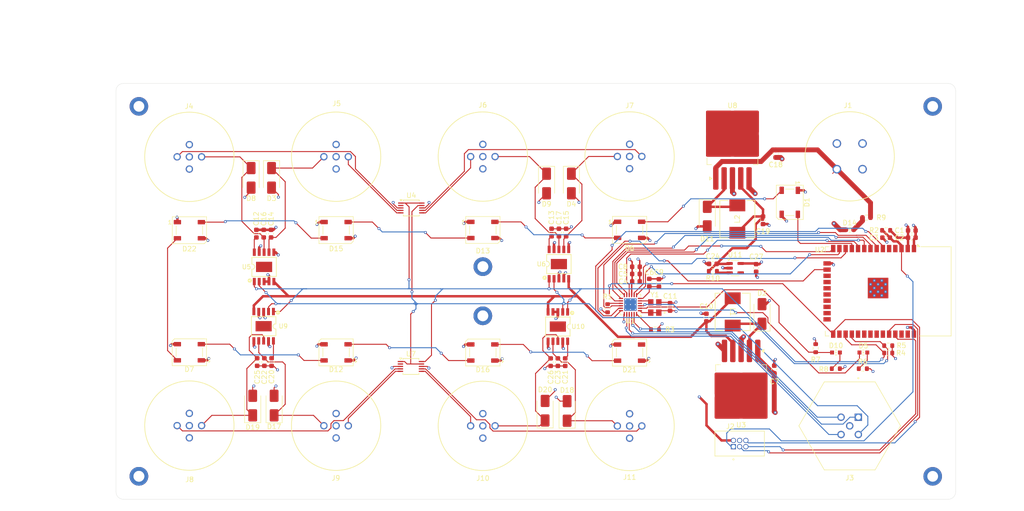
<source format=kicad_pcb>
(kicad_pcb (version 20240108) (generator "pcbnew") (generator_version "8.0")
  (layers (0 "F.Cu" signal) (1 "In1.Cu" power) (2 "In2.Cu" power) (31 "B.Cu" signal) (34 "B.Paste" user) (35 "F.Paste" user) (36 "B.SilkS" user "B.Silkscreen") (37 "F.SilkS" user "F.Silkscreen") (38 "B.Mask" user) (39 "F.Mask" user) (44 "Edge.Cuts" user))
  (net 0 "")
  (net 1 "+3V3")
  (net 2 "GND")
  (net 3 "/ESP_EN")
  (net 4 "Net-(U1-VDDCR)")
  (net 5 "+24V")
  (net 6 "+12V")
  (net 7 "Net-(U6-V5V)")
  (net 8 "Net-(U5-V5V)")
  (net 9 "/AOUT1_DAC0")
  (net 10 "/AOUT1_DAC1")
  (net 11 "/AOUT0_DAC0")
  (net 12 "/AOUT0_DAC1")
  (net 13 "+5V")
  (net 14 "Net-(U10-V5V)")
  (net 15 "/AOUT1_DAC2")
  (net 16 "/AOUT1_DAC3")
  (net 17 "/AOUT0_DAC2")
  (net 18 "/AOUT0_DAC3")
  (net 19 "/RGB_LED")
  (net 20 "/AIN0_ADC0")
  (net 21 "/AIN1_ADC0")
  (net 22 "/AIN2_ADC0")
  (net 23 "/AIN3_ADC0")
  (net 24 "/AIN0_ADC1")
  (net 25 "/AIN1_ADC1")
  (net 26 "/AIN2_ADC1")
  (net 27 "/AIN3_ADC1")
  (net 28 "Net-(U1-~{RST})")
  (net 29 "Net-(U1-RBIAS)")
  (net 30 "/SCL")
  (net 31 "/SDA")
  (net 32 "/MDC")
  (net 33 "/RX_N")
  (net 34 "/TXD0")
  (net 35 "/TX_N")
  (net 36 "/MDIO")
  (net 37 "/CRS_DV")
  (net 38 "/TX_P")
  (net 39 "/TXEN")
  (net 40 "/ESP_IO0")
  (net 41 "/RXD1")
  (net 43 "/RXER")
  (net 44 "/25MHZ")
  (net 45 "/RX_P")
  (net 46 "/TXD1")
  (net 47 "/RXD0")
  (net 48 "/ESP_TX")
  (net 49 "/ESP_RX")
  (net 62 "Net-(U9-V5V)")
  (net 63 "Net-(D2-K)")
  (net 66 "Net-(U11-EN)")
  (net 82 "Net-(D5-Pad1)")
  (net 83 "Net-(D10-Pad1)")
  (net 84 "/LED1")
  (net 85 "Net-(D11-K)")
  (net 86 "/LED2")
  (net 87 "Net-(D14-Pad2)")
  (net 88 "/LED_01")
  (net 89 "/LED_12")
  (net 90 "/LED_23")
  (net 91 "/LED_34")
  (net 92 "/LED_45")
  (net 93 "/LED_56")
  (net 94 "/LED_67")
  (net 95 "/LED_78")
  (footprint "LED_SMD:LED_WS2812B_PLCC4_5.0x5.0mm_P3.2mm" (layer "F.Cu") (at 169.42 109.27498 180)
    (property "Reference" "D21")
    (property "Value" "WS2812B")
  )
  (footprint "Capacitor_SMD:C_0603_1608Metric" (layer "F.Cu") (at 153.475 84.725 -90)
    (property "Reference" "C13")
    (property "Value" "1uF")
  )
  (footprint "Capacitor_SMD:C_0603_1608Metric" (layer "F.Cu") (at 195.3 91.9625 -90)
    (property "Reference" "C27")
    (property "Value" "22uF")
  )
  (footprint "Package_SO:TSSOP-10_3x3mm_P0.5mm" (layer "F.Cu") (at 124.725 112.1)
    (property "Reference" "U7")
    (property "Value" "ADS1115IDGS")
  )
  (footprint "150060VS75000:WL-SMCW_0603" (layer "F.Cu") (at 211.62 109.25 180)
    (property "Reference" "D10")
    (property "Value" "WL-SMCW_0603")
  )
  (footprint "Resistor_SMD:R_0603_1608Metric" (layer "F.Cu") (at 186.45 92.6375 180)
    (property "Reference" "R10")
    (property "Value" "100k")
  )
  (footprint "Resistor_SMD:R_0603_1608Metric" (layer "F.Cu") (at 164.925 100.2 -90)
    (property "Reference" "R1")
    (property "Value" "10k")
  )
  (footprint "Capacitor_SMD:C_0603_1608Metric" (layer "F.Cu") (at 173.45 94.975 -90)
    (property "Reference" "C6")
    (property "Value" "1uF")
  )
  (footprint "MountingHole:MountingHole_2.2mm_M2_DIN965_Pad" (layer "F.Cu") (at 231.39 134.57)
    (property "Reference" "REF**" (hide yes))
    (property "Value" "MountingHole_2.2mm_M2_DIN965_Pad")
  )
  (footprint "Capacitor_SMD:C_0603_1608Metric" (layer "F.Cu") (at 96.125 84.95 -90)
    (property "Reference" "C14")
    (property "Value" "10uF")
  )
  (footprint "" (layer "F.Cu") (at 69.11 134.56)
    (property "Reference" "")
    (property "Value" "")
  )
  (footprint "SRP6530A_100M:IND_SRP6530A_BRN" (layer "F.Cu") (at 191.45 81.975 90)
    (property "Reference" "L2")
    (property "Value" "SRP6530A-100M")
  )
  (footprint "Capacitor_SMD:C_0603_1608Metric" (layer "F.Cu") (at 177.7 99.925 90)
    (property "Reference" "C11")
    (property "Value" "100nF")
  )
  (footprint "LED_SMD:LED_WS2812B_PLCC4_5.0x5.0mm_P3.2mm" (layer "F.Cu") (at 79.42 109.19998 180)
    (property "Reference" "D7")
    (property "Value" "WS2812B")
  )
  (footprint "Capacitor_SMD:C_0603_1608Metric" (layer "F.Cu") (at 154.975 84.725 -90)
    (property "Reference" "C17")
    (property "Value" "10uF")
  )
  (footprint "SRP6530A_100M:IND_SRP6530A_BRN" (layer "F.Cu") (at 190.5 100.956 -90)
    (property "Reference" "L1")
    (property "Value" "SRP6530A-100M")
  )
  (footprint "Capacitor_SMD:C_0603_1608Metric" (layer "F.Cu") (at 199 112.725 90)
    (property "Reference" "C7")
    (property "Value" "100uF")
  )
  (footprint "20021511_00006T4LF:AMPHENOL_20021511-00006T4LF" (layer "F.Cu") (at 191.925 127.865)
    (property "Reference" "J2")
    (property "Value" "20021511-00006T4LF")
  )
  (footprint "MountingHole:MountingHole_2.2mm_M2_DIN965_Pad" (layer "F.Cu") (at 231.39 58.94)
    (property "Reference" "REF**" (hide yes))
    (property "Value" "MountingHole_2.2mm_M2_DIN965_Pad")
  )
  (footprint "RF_Module:ESP32-WROOM-32" (layer "F.Cu") (at 219.31 96.75 -90)
    (property "Reference" "U2")
    (property "Value" "ESP32-WROOM-32")
  )
  (footprint "Diode_SMD:D_SMA" (layer "F.Cu") (at 156.65 121.2 90)
    (property "Reference" "D18")
    (property "Value" "SMAJ12A")
  )
  (footprint "Diode_SMD:D_SMA" (layer "F.Cu") (at 92.375 120.1 90)
    (property "Reference" "D19")
    (property "Value" "SMAJ12A")
  )
  (footprint "LED_SMD:LED_WS2812B_PLCC4_5.0x5.0mm_P3.2mm" (layer "F.Cu") (at 109.42 109.22498 180)
    (property "Reference" "D12")
    (property "Value" "WS2812B")
  )
  (footprint "Capacitor_SMD:C_0603_1608Metric" (layer "F.Cu") (at 185.125 102.1 -90)
    (property "Reference" "C10")
    (property "Value" "100uF")
  )
  (footprint "M12A_05footprints:CONN_SF8001_AMP" (layer "F.Cu") (at 139.425 121.75)
    (property "Reference" "J10")
    (property "Value" "M12A-05PFFP-SF8001")
  )
  (footprint "GP8403:ESSOP-10_L4.9-W3.9-P1.00-LS6.0-BL-EP" (layer "F.Cu") (at 94.60985 103.875 180)
    (property "Reference" "U9")
    (property "Value" "GP8403-TC50-EW" (hide yes))
  )
  (footprint "Capacitor_SMD:C_0603_1608Metric" (layer "F.Cu") (at 156.25985 111.225 90)
    (property "Reference" "C21")
    (property "Value" "1uF")
  )
  (footprint "ASE-25.000MHZ-LC-T:XTAL_ASE-25.000MHZ-LC-T" (layer "F.Cu") (at 174.575 100.05 180)
    (property "Reference" "Y1")
    (property "Value" "ASE-25.000MHZ-LC-T")
  )
  (footprint "Capacitor_SMD:C_0603_1608Metric" (layer "F.Cu") (at 96.23485 111.1999 90)
    (property "Reference" "C20")
    (property "Value" "1uF")
  )
  (footprint "" (layer "F.Cu") (at 139.43 91.69998)
    (property "Reference" "")
    (property "Value" "")
  )
  (footprint "Capacitor_SMD:C_0603_1608Metric" (layer "F.Cu") (at 227.125 85.775)
    (property "Reference" "C2")
    (property "Value" "0.1uF")
  )
  (footprint "GP8403:ESSOP-10_L4.9-W3.9-P1.00-LS6.0-BL-EP" (layer "F.Cu") (at 94.7 91.7501)
    (property "Reference" "U5")
    (property "Value" "GP8403-TC50-EW" (hide yes))
  )
  (footprint "GP8403:ESSOP-10_L4.9-W3.9-P1.00-LS6.0-BL-EP" (layer "F.Cu") (at 154.75985 103.95 180)
    (property "Reference" "U10")
    (property "Value" "GP8403-TC50-EW" (hide yes))
  )
  (footprint "150060VS75000:WL-SMCW_0603" (layer "F.Cu") (at 217.22 109.24998 180)
    (property "Reference" "D5")
    (property "Value" "WL-SMCW_0603")
  )
  (footprint "" (layer "F.Cu") (at 139.42 101.75)
    (property "Reference" "")
    (property "Value" "")
  )
  (footprint "M12A_05footprints:CONN_SF8001_AMP" (layer "F.Cu") (at 79.425 121.7)
    (property "Reference" "J8")
    (property "Value" "M12A-05PFFP-SF8001")
  )
  (footprint "Diode_SMD:D_SMA" (layer "F.Cu") (at 96.225 73.55 -90)
    (property "Reference" "D3")
    (property "Value" "SMAJ12A")
  )
  (footprint "MountingHole:MountingHole_2.2mm_M2_DIN965_Pad" (layer "F.Cu") (at 69.11 134.56)
    (property "Reference" "REF**" (hide yes))
    (property "Value" "MountingHole_2.2mm_M2_DIN965_Pad")
  )
  (footprint "Capacitor_SMD:C_0603_1608Metric" (layer "F.Cu") (at 175.425 95.025 -90)
    (property "Reference" "C9")
    (property "Value" "270pF")
  )
  (footprint "Resistor_SMD:R_0603_1608Metric" (layer "F.Cu") (at 221.875 84.2749)
    (property "Reference" "R2")
    (property "Value" "100k")
  )
  (footprint "Package_TO_SOT_SMD:TO-263-5_TabPin3" (layer "F.Cu") (at 190.45 66.019 90)
    (property "Reference" "U8")
    (property "Value" "LM2576S-5")
  )
  (footprint "LED_SMD:LED_WS2812B_PLCC4_5.0x5.0mm_P3.2mm" (layer "F.Cu") (at 139.43 84.2)
    (property "Reference" "D13")
    (property "Value" "WS2812B")
  )
  (footprint "GP8403:ESSOP-10_L4.9-W3.9-P1.00-LS6.0-BL-EP" (layer "F.Cu") (at 154.975 91.1749)
    (property "Reference" "U6")
    (property "Value" "GP8403-TC50-EW" (hide yes))
  )
  (footprint "Diode_SMD:D_SMA" (layer "F.Cu") (at 96.75 120.1 90)
    (property "Reference" "D17")
    (property "Value" "SMAJ12A")
  )
  (footprint "Package_TO_SOT_SMD:TO-263-5_TabPin3" (layer "F.Cu") (at 192.225 116.575 -90)
    (property "Reference" "U3")
    (property "Value" "LM2576S-12")
  )
  (footprint "MountingHole:MountingHole_2.2mm_M2_DIN965_Pad" (layer "F.Cu") (at 139.42 101.75)
    (property "Reference" "REF**" (hide yes))
    (property "Value" "MountingHole_2.2mm_M2_DIN965_Pad")
  )
  (footprint "Diode_SMD:D_SMA" (layer "F.Cu") (at 92.05 73.55 -90)
    (property "Reference" "D8")
    (property "Value" "SMAJ12A")
  )
  (footprint "Capacitor_SMD:C_0603_1608Metric" (layer "F.Cu") (at 156.45 84.725 -90)
    (property "Reference" "C15")
    (property "Value" "10uF")
  )
  (footprint "LED_SMD:LED_WS2812B_PLCC4_5.0x5.0mm_P3.2mm" (layer "F.Cu") (at 139.42 109.24998 180)
    (property "Reference" "D16")
    (property "Value" "WS2812B")
  )
  (footprint "M12A_05footprints:CONN_SF8001_AMP" (layer "F.Cu") (at 139.425 66.7)
    (property "Reference" "J6")
    (property "Value" "M12A-05PFFP-SF8001")
  )
  (footprint "M12A_05footprints:CONN_SF8001_AMP" (layer "F.Cu") (at 79.425 66.75)
    (property "Reference" "J4")
    (property "Value" "M12A-05PFFP-SF8001")
  )
  (footprint "Capacitor_SMD:C_0603_1608Metric" (layer "F.Cu") (at 227.125 84.3)
    (property "Reference" "C1")
    (property "Value" "22uF")
  )
  (footprint "Package_SO:TSSOP-10_3x3mm_P0.5mm" (layer "F.Cu") (at 124.8 79.7)
    (property "Reference" "U4")
    (property "Value" "ADS1115IDGS")
  )
  (footprint "150060VS75000:WL-SMCW_0603" (layer "F.Cu") (at 214.429965 84.150044)
    (property "Reference" "D14")
    (property "Value" "WL-SMCW_0603")
  )
  (footprint "T4132512041-000:CONN4_T4132512041" (layer "F.Cu") (at 217.0472 66.5278)
    (property "Reference" "J1")
    (property "Value" "T4132512041-000")
  )
  (footprint "Resistor_SMD:R_0603_1608Metric" (layer "F.Cu") (at 222.3 109.35 180)
    (property "Reference" "R4")
    (property "Value" "100k")
  )
  (footprint "Diode_SMD:D_SMA" (layer "F.Cu") (at 196.5 101.375 90)
    (property "Reference" "D2")
    (property "Value" "SS34")
  )
  (footprint "Diode_SMD:D_SMA" (layer "F.Cu") (at 185.3 81.469 -90)
    (property "Reference" "D11")
    (property "Value" "SS34")
  )
  (footprint "Package_DFN_QFN:VQFN-24-1EP_4x4mm_P0.5mm_EP2.5x2.5mm_ThermalVias" (layer "F.Cu") (at 169.6 99.45 180)
    (property "Reference" "U1")
    (property "Value" "LAN8720A")
  )
  (footprint "54_00384:54" (layer "F.Cu") (at 214.425 124.25 -90)
    (property "Reference" "J3")
    (property "Value" "54-00384")
  )
  (footprint "Diode_SMD:D_SMA" (layer "F.Cu") (at 152.45 74.7 -90)
    (property "Reference" "D9")
    (property "Value" "SMAJ12A")
  )
  (footprint "M12A_05footprints:CONN_SF8001_AMP" (layer "F.Cu") (at 169.425 71.67499 180)
    (property "Reference" "J7")
    (property "Value" "M12A-05PFFP-SF8001")
  )
  (footprint "Diode_SMD:D_SMA" (layer "F.Cu") (at 152.15 121.15 90)
    (property "Reference" "D20")
    (property "Value" "SMAJ12A")
  )
  (footprint "Resistor_SMD:R_0603_1608Metric" (layer "F.Cu") (at 174.625 104.575 180)
    (property "Reference" "R3")
    (property "Value" "12.1k")
  )
  (footprint "M12A_05footprints:CONN_SF8001_AMP" (layer "F.Cu") (at 169.425 126.77498 180)
    (property "Reference" "J11")
    (property "Value" "M12A-05PFFP-SF8001")
  )
  (footprint "Resistor_SMD:R_0603_1608Metric" (layer "F.Cu") (at 207.47 108.365 90)
    (property "Reference" "R7")
    (property "Value" "10k")
  )
  (footprint "M12A_05footprints:CONN_SF8001_AMP" (layer "F.Cu") (at 109.425 71.72498 180)
    (property "Reference" "J5")
    (property "Value" "M12A-05PFFP-SF8001")
  )
  (footprint "Capacitor_SMD:C_0603_1608Metric" (layer "F.Cu") (at 154.75985 111.225 90)
    (property "Reference" "C23")
    (property "Value" "10uF")
  )
  (footprint "Capacitor_SMD:C_0603_1608Metric" (layer "F.Cu") (at 153.28485 111.225 90)
    (property "Reference" "C26")
    (property "Value" "10uF")
  )
  (footprint "Package_TO_SOT_SMD:SOT-23-5" (layer "F.Cu") (at 191 92)
    (property "Reference" "U11")
    (property "Value" "AP2112K-3.3")
  )
  (footprint "Resistor_SMD:R_0603_1608Metric" (layer "F.Cu") (at 217.105 112.56)
    (property "Reference" "R6")
    (property "Value" "270")
  )
  (footprint "Resistor_SMD:R_0603_1608Metric" (layer "F.Cu") (at 211.585 112.56)
    (property "Reference" "R8")
    (property "Value" "270")
  )
  (footprint "Capacitor_SMD:C_0603_1608Metric" (layer "F.Cu") (at 186.45 91.1375 180)
    (property "Reference" "C24")
    (property "Value" "22uF")
  )
  (footprint "Capacitor_SMD:C_0603_1608Metric" (layer "F.Cu") (at 199.3 68.6 -90)
    (property "Reference" "C18")
    (property "Value" "100uF")
  )
  (footprint "LED_SMD:LED_WS2812B_PLCC4_5.0x5.0mm_P3.2mm" (layer "F.Cu") (at 202.175 78.55 -90)
    (property "Reference" "D1")
    (property "Value" "WS2812B")
  )
  (footprint "M12A_05footprints:CONN_SF8001_AMP" (layer "F.Cu") (at 109.425 126.72498 180)
    (property "Reference" "J9")
    (property "Value" "M12A-05PFFP-SF8001")
  )
  (footprint "LED_SMD:LED_WS2812B_PLCC4_5.0x5.0mm_P3.2mm" (layer "F.Cu") (at 79.43 84.25)
    (property "Reference" "D22")
    (property "Value" "WS2812B")
  )
  (footprint "Capacitor_SMD:C_0603_1608Metric" (layer "F.Cu") (at 170.725 94.725 180)
    (property "Reference" "C4")
    (property "Value" "10nF")
  )
  (footprint "Resistor_SMD:R_0603_1608Metric" (layer "F.Cu") (at 217.855 81.67 180)
    (property "Reference" "R9")
    (property "Value" "1k")
  )
  (footprint "Capacitor_SMD:C_0603_1608Metric" (layer "F.Cu") (at 94.75985 111.1999 90)
    (property "Reference" "C22")
    (property "Value" "10uF")
  )
  (footprint "MountingHole:MountingHole_2.2mm_M2_DIN965_Pad" (layer "F.Cu") (at 69.11 58.93)
    (property "Reference" "REF**" (hide yes))
    (property "Value" "MountingHole_2.2mm_M2_DIN965_Pad")
  )
  (footprint "MountingHole:MountingHole_2.2mm_M2_DIN965_Pad" (layer "F.Cu") (at 139.43 91.69998)
    (property "Reference" "REF**" (hide yes))
    (property "Value" "MountingHole_2.2mm_M2_DIN965_Pad")
  )
  (footprint "Capacitor_SMD:C_0603_1608Metric" (layer "F.Cu") (at 93.125 84.95 -90)
    (property "Reference" "C12")
    (property "Value" "1uF")
  )
  (footprint "Capacitor_SMD:C_0603_1608Metric" (layer "F.Cu") (at 94.625 84.95 -90)
    (property "Reference" "C16")
    (property "Value" "10uF")
  )
  (footprint "Capacitor_SMD:C_0603_1608Metric" (layer "F.Cu") (at 221.875 85.7749 180)
    (property "Reference" "C3")
    (property "Value" "0.1uF")
  )
  (footprint "Diode_SMD:D_SMA" (layer "F.Cu") (at 157.525 74.7 -90)
    (property "Reference" "D4")
    (property "Value" "SMAJ12A")
  )
  (footprint "Resistor_SMD:R_0603_1608Metric" (layer "F.Cu") (at 222.3 107.85 180)
    (property "Reference" "R5")
    (property "Value" "100k")
  )
  (footprint "Capacitor_SMD:C_0603_1608Metric" (layer "F.Cu") (at 196.7 82.219 90)
    (property "Reference" "C19")
    (property "Value" "100uF")
  )
  (footprint "Capacitor_SMD:C_0603_1608Metric" (layer "F.Cu") (at 170.725 93.2 180)
    (property "Reference" "C5")
    (property "Value" "22nF")
  )
  (footprint "LED_SMD:LED_WS2812B_PLCC4_5.0x5.0mm_P3.2mm" (layer "F.Cu") (at 109.43 84.225)
    (property "Reference" "D15")
    (property "Value" "WS2812B")
  )
  (footprint "LED_SMD:LED_WS2812B_PLCC4_5.0x5.0mm_P3.2mm" (layer "F.Cu") (at 169.43 84.17501)
    (property "Reference" "D6")
    (property "Value" "WS2812B")
  )
  (footprint "Capacitor_SMD:C_0603_1608Metric" (layer "F.Cu") (at 170.725 91.725 180)
    (property "Reference" "C8")
    (property "Value" "10nF")
  )
  (footprint "Capacitor_SMD:C_0603_1608Metric" (layer "F.Cu") (at 93.28485 111.1999 90)
    (property "Reference" "C25")
    (property "Value" "10uF")
  )
  (gr_line (start 65.925 54.25) (end 234.575 54.25) (stroke (width 0.05)) (layer "Edge.Cuts"))
  (gr_line (start 64.425 137.75) (end 64.425 55.75) (stroke (width 0.05)) (layer "Edge.Cuts"))
  (gr_line (start 236.075 107.375) (end 236.075 137.75) (stroke (width 0.05)) (layer "Edge.Cuts"))
  (gr_arc (start 65.925 139.25) (mid 64.86434 138.81066) (end 64.425 137.75) (stroke (width 0.05)) (layer "Edge.Cuts"))
  (gr_line (start 234.575 139.25) (end 65.925 139.25) (stroke (width 0.05)) (layer "Edge.Cuts"))
  (gr_line (start 236.075 86.125) (end 236.075 107.375) (stroke (width 0.05)) (layer "Edge.Cuts"))
  (gr_arc (start 236.075 137.75) (mid 235.63566 138.81066) (end 234.575 139.25) (stroke (width 0.05)) (layer "Edge.Cuts"))
  (gr_line (start 236.075 55.75) (end 236.075 86.125) (stroke (width 0.05)) (layer "Edge.Cuts"))
  (gr_arc (start 234.575 54.25) (mid 235.63566 54.68934) (end 236.075 55.75) (stroke (width 0.05)) (layer "Edge.Cuts"))
  (gr_arc (start 64.425 55.75) (mid 64.86434 54.68934) (end 65.925 54.25) (stroke (width 0.05)) (layer "Edge.Cuts"))
  (segment (start 164.25 101.025) (end 163.55 100.325) (width 0.2) (layer "F.Cu") (net 1))
  (segment (start 154.75985 101.925) (end 154.35985 102.325) (width 0.5) (layer "F.Cu") (net 1))
  (segment (start 155.75985 106.9501) (end 155.75985 108.3) (width 0.5) (layer "F.Cu") (net 1))
  (segment (start 183.675 118.325) (end 185.15 119.8) (width 0.5) (layer "F.Cu") (net 1))
  (segment (start 223.125 107.85) (end 223.125 109.825) (width 0.2) (layer "F.Cu") (net 1))
  (segment (start 155.75985 108.3) (end 155.90985 108.45) (width 0.5) (layer "F.Cu") (net 1))
  (segment (start 169.95 94.725) (end 169.95 90.725) (width 0.3) (layer "F.Cu") (net 1))
  (segment (start 205.025 76.1) (end 205.375 76.45) (width 0.5) (layer "F.Cu") (net 1))
  (segment (start 95.60985 107.7749) (end 95.88485 108.0499) (width 0.5) (layer "F.Cu") (net 1))
  (segment (start 175.4 101.1) (end 173.75 101.1) (width 0.2) (layer "F.Cu") (net 1))
  (segment (start 169.95 90.725) (end 169.425 90.2) (width 0.3) (layer "F.Cu") (net 1))
  (segment (start 195.9625 91.1875) (end 196.4 90.75) (width 0.5) (layer "F.Cu") (net 1))
  (segment (start 76.98 81.675079) (end 76.904965 81.600044) (width 0.5) (layer "F.Cu") (net 1))
  (segment (start 226.35 87.94) (end 226.29 88) (width 0.5) (layer "F.Cu") (net 1))
  (segment (start 93.7 87.775) (end 94.025 87.45) (width 0.5) (layer "F.Cu") (net 1))
  (segment (start 126.875 112.1) (end 128.064216 112.1) (width 0.2) (layer "F.Cu") (net 1))
  (segment (start 195.1625 91.05) (end 195.3 91.1875) (width 0.5) (layer "F.Cu") (net 1))
  (segment (start 95.60985 106.8751) (end 95.60985 107.7749) (width 0.5) (layer "F.Cu") (net 1))
  (segment (start 143.019989 110.89998) (end 143.369965 110.550004) (width 0.5) (layer "F.Cu") (net 1))
  (segment (start 106.98 82.575) (end 106.030009 82.575) (width 0.5) (layer "F.Cu") (net 1))
  (segment (start 172.869989 110.92498) (end 173.344965 110.450004) (width 0.5) (layer "F.Cu") (net 1))
  (segment (start 126.95 79.7) (end 127.593628 79.7) (width 0.2) (layer "F.Cu") (net 1))
  (segment (start 188.23 127.23) (end 190.655 127.23) (width 0.5) (layer "F.Cu") (net 1))
  (segment (start 113.019989 110.87498) (end 113.519965 110.375004) (width 0.5) (layer "F.Cu") (net 1))
  (segment (start 168.25 101.4875) (end 168.35 101.3875) (width 0.2) (layer "F.Cu") (net 1))
  (segment (start 171.87 110.92498) (end 172.869989 110.92498) (width 0.5) (layer "F.Cu") (net 1))
  (segment (start 154.975 94.175) (end 154.975 93.025) (width 0.5) (layer "F.Cu") (net 1))
  (segment (start 224.2001 85.775) (end 222.7 84.2749) (width 0.5) (layer "F.Cu") (net 1))
  (segment (start 223.125 109.825) (end 223.8 110.5) (width 0.2) (layer "F.Cu") (net 1))
  (segment (start 136.98 82.55) (end 135.880009 82.55) (width 0.5) (layer "F.Cu") (net 1))
  (segment (start 135.880009 82.55) (end 135.554965 82.875044) (width 0.5) (layer "F.Cu") (net 1))
  (segment (start 226.35 85.775) (end 226.35 87.94) (width 0.5) (layer "F.Cu") (net 1))
  (segment (start 111.87 110.87498) (end 113.019989 110.87498) (width 0.5) (layer "F.Cu") (net 1))
  (segment (start 93.60985 100.8749) (end 93.60985 101.8999) (width 0.5) (layer "F.Cu") (net 1))
  (segment (start 153.75985 100.9499) (end 154.75985 100.9499) (width 0.5) (layer "F.Cu") (net 1))
  (segment (start 195.3 91.1875) (end 195.9625 91.1875) (width 0.5) (layer "F.Cu") (net 1))
  (segment (start 128.430392 78.863236) (end 128.430392 78.580392) (width 0.2) (layer "F.Cu") (net 1))
  (segment (start 169.85 94.825) (end 169.85 97.5125) (width 0.3) (layer "F.Cu") (net 1))
  (segment (start 93.7 88.75) (end 93.7 87.775) (width 0.5) (layer "F.Cu") (net 1))
  (segment (start 185.15 124.15) (end 188.23 127.23) (width 0.5) (layer "F.Cu") (net 1))
  (segment (start 164.925 101.025) (end 164.25 101.025) (width 0.2) (layer "F.Cu") (net 1))
  (segment (start 226.35 84.3) (end 226.35 85.775) (width 0.5) (layer "F.Cu") (net 1))
  (segment (start 168.25 102.975) (end 168.25 101.4875) (width 0.2) (layer "F.Cu") (net 1))
  (segment (start 171.9375 101.1) (end 171.5375 100.7) (width 0.2) (layer "F.Cu") (net 1))
  (segment (start 127.593628 79.7) (end 128.430392 78.863236) (width 0.2) (layer "F.Cu") (net 1))
  (segment (start 83.019989 110.84998) (end 83.394965 110.475004) (width 0.5) (layer "F.Cu") (net 1))
  (segment (start 226.35 83.6) (end 225.95 83.2) (width 0.5) (layer "F.Cu") (net 1))
  (segment (start 154.975 93.025) (end 155.175 92.825) (width 0.5) (layer "F.Cu") (net 1))
  (segment (start 154.75985 100.9499) (end 154.75985 101.925) (width 0.5) (layer "F.Cu") (net 1))
  (segment (start 169.95 94.725) (end 169.85 94.825) (width 0.3) (layer "F.Cu") (net 1))
  (segment (start 128.064216 112.1) (end 128.394608 112.430392) (width 0.2) (layer "F.Cu") (net 1))
  (segment (start 141.87 110.89998) (end 143.019989 110.89998) (width 0.5) (layer "F.Cu") (net 1))
  (segment (start 173.75 101.1) (end 171.9375 101.1) (width 0.2) (layer "F.Cu") (net 1))
  (segment (start 106.030009 82.575) (end 105.529965 83.075044) (width 0.5) (layer "F.Cu") (net 1))
  (segment (start 166.405009 82.52501) (end 165.629965 83.300054) (width 0.5) (layer "F.Cu") (net 1))
  (segment (start 178.775 100.7) (end 178.925 100.85) (width 0.2) (layer "F.Cu") (net 1))
  (segment (start 175.8 100.7) (end 175.4 101.1) (width 0.2) (layer "F.Cu") (net 1))
  (segment (start 81.87 110.84998) (end 83.019989 110.84998) (width 0.5) (layer "F.Cu") (net 1))
  (segment (start 76.98 82.6) (end 76.98 81.675079) (width 0.5) (layer "F.Cu") (net 1))
  (segment (start 203.825 76.1) (end 205.025 76.1) (width 0.5) (layer "F.Cu") (net 1))
  (segment (start 226.35 85.775) (end 224.2001 85.775) (width 0.5) (layer "F.Cu") (net 1))
  (segment (start 177.7 100.7) (end 178.775 100.7) (width 0.2) (layer "F.Cu") (net 1))
  (segment (start 185.15 119.8) (end 185.15 124.15) (width 0.5) (layer "F.Cu") (net 1))
  (segment (start 177.7 100.7) (end 175.8 100.7) (width 0.2) (layer "F.Cu") (net 1))
  (segment (start 153.975 86.9) (end 154.1 86.775) (width 0.5) (layer "F.Cu") (net 1))
  (segment (start 93.60985 101.8999) (end 93.85985 102.1499) (width 0.5) (layer "F.Cu") (net 1))
  (segment (start 226.35 84.3) (end 226.35 83.6) (width 0.5) (layer "F.Cu") (net 1))
  (segment (start 192.1375 91.05) (end 195.1625 91.05) (width 0.5) (layer "F.Cu") (net 1))
  (segment (start 166.98 82.52501) (end 166.405009 82.52501) (width 0.5) (layer "F.Cu") (net 1))
  (segment (start 153.975 88.1748) (end 153.975 86.9) (width 0.5) (layer "F.Cu") (net 1))
  (via (at 113.519965 110.375004) (size 0.6) (drill 0.3) (layers "F.Cu" "B.Cu") (net 1))
  (via (at 178.925 100.85) (size 0.6) (drill 0.3) (layers "F.Cu" "B.Cu") (net 1))
  (via (at 95.88485 108.0499) (size 0.6) (drill 0.3) (layers "F.Cu" "B.Cu") (net 1))
  (via (at 163.55 100.325) (size 0.6) (drill 0.3) (layers "F.Cu" "B.Cu") (net 1))
  (via (at 168.25 102.975) (size 0.6) (drill 0.3) (layers "F.Cu" "B.Cu") (net 1))
  (via (at 154.1 86.775) (size 0.6) (drill 0.3) (layers "F.Cu" "B.Cu") (net 1))
  (via (at 223.8 110.5) (size 0.6) (drill 0.3) (layers "F.Cu" "B.Cu") (net 1))
  (via (at 76.904965 81.600044) (size 0.6) (drill 0.3) (layers "F.Cu" "B.Cu") (net 1))
  (via (at 154.35985 102.325) (size 0.6) (drill 0.3) (layers "F.Cu" "B.Cu") (net 1))
  (via (at 173.344965 110.450004) (size 0.6) (drill 0.3) (layers "F.Cu" "B.Cu") (net 1))
  (via (at 93.85985 102.1499) (size 0.6) (drill 0.3) (layers "F.Cu" "B.Cu") (net 1))
  (via (at 196.4 90.75) (size 0.6) (drill 0.3) (layers "F.Cu" "B.Cu") (net 1))
  (via (at 165.629965 83.300054) (size 0.6) (drill 0.3) (layers "F.Cu" "B.Cu") (net 1))
  (via (at 143.369965 110.550004) (size 0.6) (drill 0.3) (layers "F.Cu" "B.Cu") (net 1))
  (via (at 128.430392 78.580392) (size 0.6) (drill 0.3) (layers "F.Cu" "B.Cu") (net 1))
  (via (at 135.554965 82.875044) (size 0.6) (drill 0.3) (layers "F.Cu" "B.Cu") (net 1))
  (via (at 183.675 118.325) (size 0.6) (drill 0.3) (layers "F.Cu" "B.Cu") (net 1))
  (via (at 169.425 90.2) (size 0.6) (drill 0.3) (layers "F.Cu" "B.Cu") (net 1))
  (via (at 128.394608 112.430392) (size 0.6) (drill 0.3) (layers "F.Cu" "B.Cu") (net 1))
  (via (at 155.175 92.825) (size 0.6) (drill 0.3) (layers "F.Cu" "B.Cu") (net 1))
  (via (at 155.90985 108.45) (size 0.6) (drill 0.3) (layers "F.Cu" "B.Cu") (net 1))
  (via (at 83.394965 110.475004) (size 0.6) (drill 0.3) (layers "F.Cu" "B.Cu") (net 1))
  (via (at 225.95 83.2) (size 0.6) (drill 0.3) (layers "F.Cu" "B.Cu") (net 1))
  (via (at 94.025 87.45) (size 0.6) (drill 0.3) (layers "F.Cu" "B.Cu") (net 1))
  (via (at 105.529965 83.075044) (size 0.6) (drill 0.3) (layers "F.Cu" "B.Cu") (net 1))
  (via (at 205.375 76.45) (size 0.6) (drill 0.3) (layers "F.Cu" "B.Cu") (net 1))
  (segment (start 153.475 83.95) (end 157.125 83.95) (width 0.2) (layer "F.Cu") (net 2))
  (segment (start 92.375 118.1) (end 92.375 116.325) (width 0.2) (layer "F.Cu") (net 2))
  (segment (start 92.375 116.325) (end 92.6 116.1) (width 0.2) (layer "F.Cu") (net 2))
  (segment (start 121.940686 79.7) (end 122.65 79.7) (width 0.2) (layer "F.Cu") (net 2))
  (segment (start 157.125 83.95) (end 157.525 83.55) (width 0.2) (layer "F.Cu") (net 2))
  (segment (start 91.8 75.55) (end 92.05 75.55) (width 0.5) (layer "F.Cu") (net 2))
  (segment (start 82.779921 85.9) (end 83.204965 86.325044) (width 0.5) (layer "F.Cu") (net 2))
  (segment (start 184.15 101.325) (end 184 101.175) (width 0.5) (layer "F.Cu") (net 2))
  (segment (start 195.3 93.625) (end 195.575 93.9) (width 0.5) (layer "F.Cu") (net 2))
  (segment (start 121.099265 78.575735) (end 121.099265 78.858579) (width 0.2) (layer "F.Cu") (net 2))
  (segment (start 92.60985 107.9499) (end 92.80985 108.1499) (width 0.5) (layer "F.Cu") (net 2))
  (segment (start 92.05 75.55) (end 92.05 76.225) (width 0.2) (layer "F.Cu") (net 2))
  (segment (start 94.60985 101.8249) (end 94.93485 102.1499) (width 0.5) (layer "F.Cu") (net 2))
  (segment (start 177.7 99.15) (end 178.7 99.15) (width 0.2) (layer "F.Cu") (net 2))
  (segment (start 185.1375 91.1375) (end 185.675 91.1375) (width 0.5) (layer "F.Cu") (net 2))
  (segment (start 94.7 94.7502) (end 95.7 94.7502) (width 0.5) (layer "F.Cu") (net 2))
  (segment (start 96.7 88.7502) (end 97.0502 88.7502) (width 0.5) (layer "F.Cu") (net 2))
  (segment (start 171.88 85.82501) (end 173.054921 85.82501) (width 0.5) (layer "F.Cu") (net 2))
  (segment (start 96.6249 111.9749) (end 97.45 112.8) (width 0.2) (layer "F.Cu") (net 2))
  (segment (start 152.15 119.15) (end 154.225 117.075) (width 0.2) (layer "F.Cu") (net 2))
  (segment (start 157.525 76.7) (end 159.075 78.25) (width 0.2) (layer "F.Cu") (net 2))
  (segment (start 177.55 99) (end 177.7 99.15) (width 0.2) (layer "F.Cu") (net 2))
  (segment (start 152.75985 108.3) (end 152.93485 108.475) (width 0.5) (layer "F.Cu") (net 2))
  (segment (start 188.825 108.925) (end 188.825 108.875) (width 1) (layer "F.Cu") (net 2))
  (segment (start 105.869989 107.57498) (end 105.494965 107.950004) (width 0.5) (layer "F.Cu") (net 2))
  (segment (start 227.9 85.775) (end 227.9 83.7) (width 0.5) (layer "F.Cu") (net 2))
  (segment (start 196.5 99.375) (end 197.3 99.375) (width 0.5) (layer "F.Cu") (net 2))
  (segment (start 95.7 93.575) (end 95.475 93.35) (width 0.5) (layer "F.Cu") (net 2))
  (segment (start 112.930009 85.875) (end 113.329965 85.475044) (width 0.5) (layer "F.Cu") (net 2))
  (segment (start 81.88 85.9) (end 82.779921 85.9) (width 0.5) (layer "F.Cu") (net 2))
  (segment (start 136.97 107.59998) (end 135.894989 107.59998) (width 0.5) (layer "F.Cu") (net 2))
  (segment (start 122.575 112.1) (end 121.135784 112.1) (width 0.2) (layer "F.Cu") (net 2))
  (segment (start 106.97 107.57498) (end 105.869989 107.57498) (width 0.5) (layer "F.Cu") (net 2))
  (segment (start 76.97 107.54998) (end 75.844989 107.54998) (width 0.5) (layer "F.Cu") (net 2))
  (segment (start 175.4 99) (end 177.55 99) (width 0.2) (layer "F.Cu") (net 2))
  (segment (start 213.629965 84.150044) (end 212.470044 84.150044) (width 1) (layer "F.Cu") (net 2))
  (segment (start 196.7 82.994) (end 197.669 82.994) (width 0.5) (layer "F.Cu") (net 2))
  (segment (start 166.97 107.62498) (end 165.819989 107.62498) (width 0.5) (layer "F.Cu") (net 2))
  (segment (start 188.5625 92) (end 188.45 91.8875) (width 0.5) (layer "F.Cu") (net 2))
  (segment (start 200.525 81.375) (end 201.525 82.375) (width 0.5) (layer "F.Cu") (net 2))
  (segment (start 207.47 107.54) (end 207.47 106.73) (width 0.2) (layer "F.Cu") (net 2))
  (segment (start 197.3 99.375) (end 198.025 98.65) (width 0.5) (layer "F.Cu") (net 2))
  (segment (start 159.075 78.25) (end 159.075 78.55) (width 0.2) (layer "F.Cu") (net 2))
  (segment (start 75.844989 107.54998) (end 75.569965 107.825004) (width 0.5) (layer "F.Cu") (net 2))
  (segment (start 226.225 104.125) (end 227.015 104.125) (width 0.5) (layer "F.Cu") (net 2))
  (segment (start 154.225 117.075) (end 154.225 116.85) (width 0.2) (layer "F.Cu") (net 2))
  (segment (start 199 110.9) (end 199 111.95) (width 0.5) (layer "F.Cu") (net 2))
  (segment (start 96.75 118.1) (end 96.75 116.475) (width 0.2) (layer "F.Cu") (net 2))
  (segment (start 175.45 104) (end 176.07 103.38) (width 0.2) (layer "F.Cu") (net 2))
  (segment (start 95.7 94.7502) (end 95.7 93.575) (width 0.5) (layer "F.Cu") (net 2))
  (segment (start 152.63485 112) (end 152.08485 112.55) (width 0.2) (layer "F.Cu") (net 2))
  (segment (start 193.85 75.525) (end 195.1 76.775) (width 1) (layer "F.Cu") (net 2))
  (segment (start 188.825 108.875) (end 187.475 107.525) (width 1) (layer "F.Cu") (net 2))
  (segment (start 210.84 91.04) (end 211.125 91.325) (width 0.5) (layer "F.Cu") (net 2))
  (segment (start 171.5 94.725) (end 171.5 90.5) (width 0.3) (layer "F.Cu") (net 2))
  (segment (start 97.0502 88.7502) (end 97.6 89.3) (width 0.5) (layer "F.Cu") (net 2))
  (segment (start 152.45 76.7) (end 150.875 78.275) (width 0.2) (layer "F.Cu") (net 2))
  (segment (start 155.225 119.2) (end 154.425 118.4) (width 0.2) (layer "F.Cu") (net 2))
  (segment (start 183.431 83.469) (end 185.3 83.469) (width 0.5) (layer "F.Cu") (net 2))
  (segment (start 213.035 112.56) (end 213.47 112.125) (width 0.2) (layer "F.Cu") (net 2))
  (segment (start 212.41 112.56) (end 213.035 112.56) (width 0.2) (layer "F.Cu") (net 2))
  (segment (start 171.5 90.5) (end 171.15 90.15) (width 0.3) (layer "F.Cu") (net 2))
  (segment (start 94.60985 100.8749) (end 94.60985 101.8249) (width 0.5) (layer "F.Cu") (net 2))
  (segment (start 199.236765 110.663235) (end 199 110.9) (width 0.5) (layer "F.Cu") (net 2))
  (segment (start 156.65 119.2) (end 155.225 119.2) (width 0.2) (layer "F.Cu") (net 2))
  (segment (start 200.3 69.375) (end 200.6 69.675) (width 1) (layer "F.Cu") (net 2))
  (segment (start 221.1 85.775) (end 221.1 85.7749) (width 0.5) (layer "F.Cu") (net 2))
  (segment (start 176.025 94.2) (end 176.45 93.775) (width 0.3) (layer "F.Cu") (net 2))
  (segment (start 121.099265 78.858579) (end 121.940686 79.7) (width 0.2) (layer "F.Cu") (net 2))
  (segment (start 192.225 108.925) (end 192.225 106.525) (width 1) (layer "F.Cu") (net 2))
  (segment (start 193.85 73.669) (end 193.85 75.525) (width 1) (layer "F.Cu") (net 2))
  (segment (start 96.6 84.175) (end 97.125 83.65) (width 0.5) (layer "F.Cu") (net 2))
  (segment (start 93.125 84.175) (end 96.125 84.175) (width 0.5) (layer "F.Cu") (net 2))
  (segment (start 209.8 91.04) (end 210.84 91.04) (width 0.5) (layer "F.Cu") (net 2))
  (segment (start 155.975 93.325) (end 156.35 92.95) (width 0.5) (layer "F.Cu") (net 2))
  (segment (start 184.65 90.65) (end 185.1375 91.1375) (width 0.5) (layer "F.Cu") (net 2))
  (segment (start 207.47 106.73) (end 207.18 106.44) (width 0.2) (layer "F.Cu") (net 2))
  (segment (start 227.9 83.7) (end 227.45 83.25) (width 0.5) (layer "F.Cu") (net 2))
  (segment (start 92.60985 106.8749) (end 92.60985 107.9499) (width 0.5) (layer "F.Cu") (net 2))
  (segment (start 121.135784 112.1) (end 120.846492 112.389292) (width 0.2) (layer "F.Cu") (net 2))
  (segment (start 156.975 88.175) (end 156.975 86.95) (width 0.5) (layer "F.Cu") (net 2))
  (segment (start 96.75 116.475) (end 97.125 116.1) (width 0.2) (layer "F.Cu") (net 2))
  (segment (start 227.015 104.125) (end 227.56 104.67) (width 0.5) (layer "F.Cu") (net 2))
  (segment (start 200.525 81) (end 200.525 81.375) (width 0.5) (layer "F.Cu") (net 2))
  (segment (start 190.45 73.669) (end 190.45 76.475) (width 1) (layer "F.Cu") (net 2))
  (segment (start 156.975 86.95) (end 157.175 86.75) (width 0.5) (layer "F.Cu") (net 2))
  (segment (start 185.125 101.325) (end 184.15 101.325) (width 0.5) (layer "F.Cu") (net 2))
  (segment (start 195.3 92.7375) (end 195.3 93.625) (width 0.5) (layer "F.Cu") (net 2))
  (segment (start 190.45 76.475) (end 190.775 76.8) (width 1) (layer "F.Cu") (net 2))
  (segment (start 111.88 85.875) (end 112.930009 85.875) (width 0.5) (layer "F.Cu") (net 2))
  (segment (start 218.63 112.56) (end 219.19 113.12) (width 0.2) (layer "F.Cu") (net 2))
  (segment (start 217.93 112.56) (end 218.63 112.56) (width 0.2) (layer "F.Cu") (net 2))
  (segment (start 96.125 84.175) (end 96.6 84.175) (width 0.5) (layer "F.Cu") (net 2))
  (segment (start 199.3 69.375) (end 200.3 69.375) (width 1) (layer "F.Cu") (net 2))
  (segment (start 93.28485 111.9749) (end 96.6249 111.9749) (width 0.2) (layer "F.Cu") (net 2))
  (segment (start 175.45 104.575) (end 175.45 104) (width 0.2) (layer "F.Cu") (net 2))
  (segment (start 150.875 78.275) (end 150.875 78.575) (width 0.2) (layer "F.Cu") (net 2))
  (segment (start 165.819989 107.62498) (end 165.519965 107.925004) (width 0.5) (layer "F.Cu") (net 2))
  (segment (start 156.25985 112) (end 152.63485 112) (width 0.2) (layer "F.Cu") (net 2))
  (segment (start 227.9 85.775) (end 227.9 84.3) (width 0.5) (layer "F.Cu") (net 2))
  (segment (start 182.975 83.925) (end 183.431 83.469) (width 0.5) (layer "F.Cu") (net 2))
  (segment (start 173.45 94.2) (end 176.025 94.2) (width 0.3) (layer "F.Cu") (net 2))
  (segment (start 178.7 99.15) (end 178.9 98.95) (width 0.2) (layer "F.Cu") (net 2))
  (segment (start 193.85 74.65) (end 193.85 73.669) (width 0.5) (layer "F.Cu") (net 2))
  (segment (start 97.625 76.95) (end 97.625 77.5) (width 0.2) (layer "F.Cu") (net 2))
  (segment (start 135.894989 107.59998) (end 135.469965 108.025004) (width 0.5) (layer "F.Cu") (net 2))
  (segment (start 96.225 75.55) (end 97.625 76.95) (width 0.2) (layer "F.Cu") (net 2))
  (segment (start 227.56 86.115) (end 227.9 85.775) (width 0.5) (layer "F.Cu") (net 2))
  (segment (start 173.054921 85.82501) (end 173.579965 86.350054) (width 0.5) (layer "F.Cu") (net 2))
  (segment (start 212.470044 84.150044) (end 211.2 82.88) (width 1) (layer "F.Cu") (net 2))
  (segment (start 142.779921 85.85) (end 143.279965 86.350044) (width 0.5) (layer "F.Cu") (net 2))
  (segment (start 227.56 104.67) (end 227.56 105.5) (width 0.5) (layer "F.Cu") (net 2))
  (segment (start 222.025 86.7) (end 221.1 85.775) (width 0.5) (layer "F.Cu") (net 2))
  (segment (start 227.56 88) (end 227.56 86.115) (width 0.5) (layer "F.Cu") (net 2))
  (segment (start 141.88 85.85) (end 142.779921 85.85) (width 0.5) (layer "F.Cu") (net 2))
  (segment (start 189.8625 92) (end 188.5625 92) (width 0.5) (layer "F.Cu") (net 2))
  (segment (start 155.975 94.175) (end 155.975 93.325) (width 0.5) (layer "F.Cu") (net 2))
  (segment (start 152.75985 106.9499) (end 152.75985 108.3) (width 0.5) (layer "F.Cu") (net 2))
  (segment (start 192.225 106.525) (end 192.725 106.025) (width 1) (layer "F.Cu") (net 2))
  (segment (start 92.05 76.225) (end 90.75 77.525) (width 0.2) (layer "F.Cu") (net 2))
  (segment (start 197.669 82.994) (end 197.95 83.275) (width 0.5) (layer "F.Cu") (net 2))
  (via (at 171.15 90.15) (size 0.6) (drill 0.3) (layers "F.Cu" "B.Cu") (net 2))
  (via (at 113.329965 85.475044) (size 0.6) (drill 0.3) (layers "F.Cu" "B.Cu") (net 2))
  (via (at 97.625 77.5) (size 0.6) (drill 0.3) (layers "F.Cu" "B.Cu") (net 2))
  (via (at 190.775 76.8) (size 0.6) (drill 0.3) (layers "F.Cu" "B.Cu") (net 2))
  (via (at 197.95 83.275) (size 0.6) (drill 0.3) (layers "F.Cu" "B.Cu") (net 2))
  (via (at 157.525 83.55) (size 0.6) (drill 0.3) (layers "F.Cu" "B.Cu") (net 2))
  (via (at 226.225 104.125) (size 0.6) (drill 0.3) (layers "F.Cu" "B.Cu") (net 2))
  (via (at 157.175 86.75) (size 0.6) (drill 0.3) (layers "F.Cu" "B.Cu") (net 2))
  (via (at 195.1 76.775) (size 0.6) (drill 0.3) (layers "F.Cu" "B.Cu") (net 2))
  (via (at 143.279965 86.350044) (size 0.6) (drill 0.3) (layers "F.Cu" "B.Cu") (net 2))
  (via (at 154.425 118.4) (size 0.6) (drill 0.3) (layers "F.Cu" "B.Cu") (net 2))
  (via (at 120.846492 112.389292) (size 0.6) (drill 0.3) (layers "F.Cu" "B.Cu") (net 2))
  (via (at 184.65 90.65) (size 0.6) (drill 0.3) (layers "F.Cu" "B.Cu") (net 2))
  (via (at 199.236765 110.663235) (size 0.6) (drill 0.3) (layers "F.Cu" "B.Cu") (net 2))
  (via (at 207.18 106.44) (size 0.6) (drill 0.3) (layers "F.Cu" "B.Cu") (net 2))
  (via (at 156.35 92.95) (size 0.6) (drill 0.3) (layers "F.Cu" "B.Cu") (net 2))
  (via (at 83.204965 86.325044) (size 0.6) (drill 0.3) (layers "F.Cu" "B.Cu") (net 2))
  (via (at 150.875 78.575) (size 0.6) (drill 0.3) (layers "F.Cu" "B.Cu") (net 2))
  (via (at 152.93485 108.475) (size 0.6) (drill 0.3) (layers "F.Cu" "B.Cu") (net 2))
  (via (at 90.75 77.525) (size 0.6) (drill 0.3) (layers "F.Cu" "B.Cu") (net 2))
  (via (at 201.525 82.375) (size 0.6) (drill 0.3) (layers "F.Cu" "B.Cu") (net 2))
  (via (at 165.519965 107.925004) (size 0.6) (drill 0.3) (layers "F.Cu" "B.Cu") (net 2))
  (via (at 105.494965 107.950004) (size 0.6) (drill 0.3) (layers "F.Cu" "B.Cu") (net 2))
  (via (at 211.125 91.325) (size 0.6) (drill 0.3) (layers "F.Cu" "B.Cu") (net 2))
  (via (at 219.19 113.12) (size 0.6) (drill 0.3) (layers "F.Cu" "B.Cu") (net 2))
  (via (at 75.569965 107.825004) (size 0.6) (drill 0.3) (layers "F.Cu" "B.Cu") (net 2))
  (via (at 94.93485 102.1499) (size 0.6) (drill 0.3) (layers "F.Cu" "B.Cu") (net 2))
  (via (at 152.08485 112.55) (size 0.6) (drill 0.3) (layers "F.Cu" "B.Cu") (net 2))
  (via (at 97.6 89.3) (size 0.6) (drill 0.3) (layers "F.Cu" "B.Cu") (net 2))
  (via (at 121.099265 78.575735) (size 0.6) (drill 0.3) (layers "F.Cu" "B.Cu") (net 2))
  (via (at 213.47 112.125) (size 0.6) (drill 0.3) (layers "F.Cu" "B.Cu") (net 2))
  (via (at 92.80985 108.1499) (size 0.6) (drill 0.3) (layers "F.Cu" "B.Cu") (net 2))
  (via (at 154.225 116.85) (size 0.6) (drill 0.3) (layers "F.Cu" "B.Cu") (net 2))
  (via (at 95.475 93.35) (size 0.6) (drill 0.3) (layers "F.Cu" "B.Cu") (net 2))
  (via (at 176.07 103.38) (size 0.6) (drill 0.3) (layers "F.Cu" "B.Cu") (net 2))
  (via (at 200.6 69.675) (size 0.6) (drill 0.3) (layers "F.Cu" "B.Cu") (net 2))
  (via (at 97.125 83.65) (size 0.6) (drill 0.3) (layers "F.Cu" "B.Cu") (net 2))
  (via (at 173.579965 86.350054) (size 0.6) (drill 0.3) (layers "F.Cu" "B.Cu") (net 2))
  (via (at 97.45 112.8) (size 0.6) (drill 0.3) (layers "F.Cu" "B.Cu") (net 2))
  (via (at 97.125 116.1) (size 0.6) (drill 0.3) (layers "F.Cu" "B.Cu") (net 2))
  (via (at 211.2 82.88) (size 0.6) (drill 0.3) (layers "F.Cu" "B.Cu") (net 2))
  (via (at 178.9 98.95) (size 0.6) (drill 0.3) (layers "F.Cu" "B.Cu") (net 2))
  (via (at 227.45 83.25) (size 0.6) (drill 0.3) (layers "F.Cu" "B.Cu") (net 2))
  (via (at 176.45 93.775) (size 0.6) (drill 0.3) (layers "F.Cu" "B.Cu") (net 2))
  (via (at 222.025 86.7) (size 0.6) (drill 0.3) (layers "F.Cu" "B.Cu") (net 2))
  (via (at 184 101.175) (size 0.6) (drill 0.3) (layers "F.Cu" "B.Cu") (net 2))
  (via (at 182.975 83.925) (size 0.6) (drill 0.3) (layers "F.Cu" "B.Cu") (net 2))
  (via (at 198.025 98.65) (size 0.6) (drill 0.3) (layers "F.Cu" "B.Cu") (net 2))
  (via (at 159.075 78.55) (size 0.6) (drill 0.3) (layers "F.Cu" "B.Cu") (net 2))
  (via (at 188.45 91.8875) (size 0.6) (drill 0.3) (layers "F.Cu" "B.Cu") (net 2))
  (via (at 192.725 106.025) (size 0.6) (drill 0.3) (layers "F.Cu" "B.Cu") (net 2))
  (via (at 195.575 93.9) (size 0.6) (drill 0.3) (layers "F.Cu" "B.Cu") (net 2))
  (via (at 187.475 107.525) (size 0.6) (drill 0.3) (layers "F.Cu" "B.Cu") (net 2))
  (via (at 92.6 116.1) (size 0.6) (drill 0.3) (layers "F.Cu" "B.Cu") (net 2))
  (via (at 135.469965 108.025004) (size 0.6) (drill 0.3) (layers "F.Cu" "B.Cu") (net 2))
  (segment (start 221.05 84.2749) (end 221.15 84.2749) (width 0.5) (layer "F.Cu") (net 3))
  (segment (start 222.65 85.7749) (end 223.4001 86.525) (width 0.5) (layer "F.Cu") (net 3))
  (segment (start 225.02 87.38) (end 225.02 88) (width 0.5) (layer "F.Cu") (net 3))
  (segment (start 226.2125 93.6375) (end 225.02 92.445) (width 0.2) (layer "F.Cu") (net 3))
  (segment (start 225.02 92.445) (end 225.02 88) (width 0.2) (layer "F.Cu") (net 3))
  (segment (start 221.15 84.2749) (end 222.65 85.7749) (width 0.5) (layer "F.Cu") (net 3))
  (segment (start 224.165 86.525) (end 225.02 87.38) (width 0.5) (layer "F.Cu") (net 3))
  (segment (start 223.4001 86.525) (end 224.165 86.525) (width 0.5) (layer "F.Cu") (net 3))
  (via (at 226.2125 93.6375) (size 0.6) (drill 0.3) (layers "F.Cu" "B.Cu") (net 3))
  (segment (start 198 124.875) (end 190.125 124.875) (width 0.2) (layer "B.Cu") (net 3))
  (segment (start 190.125 124.875) (end 189.275 125.725) (width 0.2) (layer "B.Cu") (net 3))
  (segment (start 189.275 127.575) (end 190.2 128.5) (width 0.2) (layer "B.Cu") (net 3))
  (segment (start 189.275 125.725) (end 189.275 127.575) (width 0.2) (layer "B.Cu") (net 3))
  (segment (start 227.35 94.775) (end 227.35 117.3) (width 0.2) (layer "B.Cu") (net 3))
  (segment (start 226.2125 93.6375) (end 227.35 94.775) (width 0.2) (layer "B.Cu") (net 3))
  (segment (start 200.425 127.3) (end 198 124.875) (width 0.2) (layer "B.Cu") (net 3))
  (segment (start 227.35 117.3) (end 217.35 127.3) (width 0.2) (layer "B.Cu") (net 3))
  (segment (start 217.35 127.3) (end 200.425 127.3) (width 0.2) (layer "B.Cu") (net 3))
  (segment (start 190.2 128.5) (end 190.655 128.5) (width 0.2) (layer "B.Cu") (net 3))
  (segment (start 171.5375 98.2) (end 172.125 98.2) (width 0.2) (layer "F.Cu") (net 4))
  (segment (start 175.425 95.8) (end 173.5 95.8) (width 0.2) (layer "F.Cu") (net 4))
  (segment (start 172.125 98.2) (end 173.45 96.875) (width 0.2) (layer "F.Cu") (net 4))
  (segment (start 173.5 95.8) (end 173.45 95.75) (width 0.2) (layer "F.Cu") (net 4))
  (segment (start 173.45 96.875) (end 173.45 95.75) (width 0.2) (layer "F.Cu") (net 4))
  (segment (start 196.325 70.2) (end 188.3 70.2) (width 1) (layer "F.Cu") (net 5))
  (segment (start 187.05 71.45) (end 187.05 73.669) (width 1) (layer "F.Cu") (net 5))
  (segment (start 199 113.5) (end 199 121.325) (width 1) (layer "F.Cu") (net 5))
  (segment (start 199 121.325) (end 199.2 121.525) (width 1) (layer "F.Cu") (net 5))
  (segment (start 199 113.5) (end 198.760618 113.5) (width 1) (layer "F.Cu") (net 5))
  (segment (start 218.68 78.64954) (end 212.351586 72.321126) (width 1) (layer "F.Cu") (net 5))
  (segment (start 218.68 81.67) (end 218.68 78.64954) (width 1) (layer "F.Cu") (net 5))
  (segment (start 199.3 67.825) (end 198.7 67.825) (width 1) (layer "F.Cu") (net 5))
  (segment (start 198.7 67.825) (end 196.325 70.2) (width 1) (layer "F.Cu") (net 5))
  (segment (start 188.3 70.2) (end 187.05 71.45) (width 1) (layer "F.Cu") (net 5))
  (segment (start 199.3 67.825) (end 207.85546 67.825) (width 1) (layer "F.Cu") (net 5))
  (segment (start 207.85546 67.825) (end 211.253874 71.223414) (width 1) (layer "F.Cu") (net 5))
  (segment (start 198.760618 113.5) (end 195.625 110.364382) (width 1) (layer "F.Cu") (net 5))
  (segment (start 195.625 110.364382) (end 195.625 108.925) (width 1) (layer "F.Cu") (net 5))
  (via (at 199.2 121.525) (size 0.6) (drill 0.3) (layers "F.Cu" "B.Cu") (net 5))
  (segment (start 181.97 106.03) (end 170.380661 106.03) (width 0.5) (layer "F.Cu") (net 6))
  (segment (start 185.787 102.875) (end 185.125 102.875) (width 0.5) (layer "F.Cu") (net 6))
  (segment (start 190.5 98.162) (end 185.787 102.875) (width 0.5) (layer "F.Cu") (net 6))
  (segment (start 190.525 107.278122) (end 189.121878 105.875) (width 0.5) (layer "F.Cu") (net 6))
  (segment (start 152.75985 99.04005) (end 152.75985 100.9499) (width 0.5) (layer "F.Cu") (net 6))
  (segment (start 92.60985 99.6249) (end 92.60985 100.8749) (width 0.5) (layer "F.Cu") (net 6))
  (segment (start 160.1625 99.1625) (end 158.6125 97.6125) (width 0.5) (layer "F.Cu") (net 6))
  (segment (start 158.6125 97.6125) (end 156.975 95.975) (width 0.5) (layer "F.Cu") (net 6))
  (segment (start 156.975 95.975) (end 156.975 94.175) (width 0.5) (layer "F.Cu") (net 6))
  (segment (start 94.48475 97.75) (end 92.60985 99.6249) (width 0.5) (layer "F.Cu") (net 6))
  (segment (start 99.6998 97.75) (end 155.35 97.75) (width 0.5) (layer "F.Cu") (net 6))
  (segment (start 170.360661 106.05) (end 167.05 106.05) (width 0.5) (layer "F.Cu") (net 6))
  (segment (start 155.35 97.75) (end 154.0499 97.75) (width 0.5) (layer "F.Cu") (net 6))
  (segment (start 186.125 105.875) (end 185.125 104.875) (width 0.5) (layer "F.Cu") (net 6))
  (segment (start 158.75 97.75) (end 160.1625 99.1625) (width 0.5) (layer "F.Cu") (net 6))
  (segment (start 154.0499 97.75) (end 152.75985 99.04005) (width 0.5) (layer "F.Cu") (net 6))
  (segment (start 155.35 97.75) (end 158.75 97.75) (width 0.5) (layer "F.Cu") (net 6))
  (segment (start 99.6998 97.75) (end 96.7 94.7502) (width 0.5) (layer "F.Cu") (net 6))
  (segment (start 190.525 108.925) (end 190.525 107.278122) (width 0.5) (layer "F.Cu") (net 6))
  (segment (start 185.125 104.875) (end 185.125 102.875) (width 0.5) (layer "F.Cu") (net 6))
  (segment (start 170.380661 106.03) (end 170.360661 106.05) (width 0.5) (layer "F.Cu") (net 6))
  (segment (start 189.121878 105.875) (end 186.125 105.875) (width 0.5) (layer "F.Cu") (net 6))
  (segment (start 190.5 98.162) (end 190.0809 98.162) (width 0.5) (layer "F.Cu") (net 6))
  (segment (start 185.125 102.875) (end 181.97 106.03) (width 0.5) (layer "F.Cu") (net 6))
  (segment (start 158.6125 97.6125) (end 157.875 96.875) (width 0.5) (layer "F.Cu") (net 6))
  (segment (start 99.6998 97.75) (end 94.48475 97.75) (width 0.5) (layer "F.Cu") (net 6))
  (segment (start 167.05 106.05) (end 160.1625 99.1625) (width 0.5) (layer "F.Cu") (net 6))
  (segment (start 153.475 85.5) (end 152.975 86) (width 0.2) (layer "F.Cu") (net 7))
  (segment (start 152.975 86) (end 152.975 88.175) (width 0.2) (layer "F.Cu") (net 7))
  (segment (start 93.125 85.725) (end 92.7 86.15) (width 0.2) (layer "F.Cu") (net 8))
  (segment (start 92.7 86.15) (end 92.7 88.7502) (width 0.2) (layer "F.Cu") (net 8))
  (segment (start 99.025 74.35) (end 99.025 83.825) (width 0.2) (layer "F.Cu") (net 9))
  (segment (start 95.7 86.15) (end 95.7 88.75) (width 0.2) (layer "F.Cu") (net 9))
  (segment (start 96.225 71.55) (end 99.025 74.35) (width 0.2) (layer "F.Cu") (net 9))
  (segment (start 96.225 71.55) (end 104.6 71.55) (width 0.2) (layer "F.Cu") (net 9))
  (segment (start 97.125 85.725) (end 96.125 85.725) (width 0.2) (layer "F.Cu") (net 9))
  (segment (start 96.125 85.725) (end 95.7 86.15) (width 0.2) (layer "F.Cu") (net 9))
  (segment (start 104.6 71.55) (end 106.92501 69.22499) (width 0.2) (layer "F.Cu") (net 9))
  (segment (start 99.025 83.825) (end 97.125 85.725) (width 0.2) (layer "F.Cu") (net 9))
  (segment (start 156.45 85.6) (end 155.975 86.075) (width 0.2) (layer "F.Cu") (net 10))
  (segment (start 157.525 72.7) (end 159.675 74.85) (width 0.2) (layer "F.Cu") (net 10))
  (segment (start 161.05 69.175) (end 157.525 72.7) (width 0.2) (layer "F.Cu") (net 10))
  (segment (start 155.975 86.075) (end 155.975 88.1748) (width 0.2) (layer "F.Cu") (net 10))
  (segment (start 166.92501 69.175) (end 161.05 69.175) (width 0.2) (layer "F.Cu") (net 10))
  (segment (start 156.45 85.5) (end 156.45 85.6) (width 0.2) (layer "F.Cu") (net 10))
  (segment (start 159.675 74.85) (end 159.675 82.275) (width 0.2) (layer "F.Cu") (net 10))
  (segment (start 159.675 82.275) (end 156.45 85.5) (width 0.2) (layer "F.Cu") (net 10))
  (segment (start 94.7 85.8) (end 94.625 85.725) (width 0.2) (layer "F.Cu") (net 11))
  (segment (start 94.7 88.75) (end 94.7 85.8) (width 0.2) (layer "F.Cu") (net 11))
  (segment (start 81.92499 69.24999) (end 89.74999 69.24999) (width 0.2) (layer "F.Cu") (net 11))
  (segment (start 89.74999 69.24999) (end 92.05 71.55) (width 0.2) (layer "F.Cu") (net 11))
  (segment (start 92.05 71.55) (end 90.15 73.45) (width 0.2) (layer "F.Cu") (net 11))
  (segment (start 93.85 84.95) (end 94.625 85.725) (width 0.2) (layer "F.Cu") (net 11))
  (segment (start 90.15 73.45) (end 90.15 82.423696) (width 0.2) (layer "F.Cu") (net 11))
  (segment (start 92.676304 84.95) (end 93.85 84.95) (width 0.2) (layer "F.Cu") (net 11))
  (segment (start 90.15 82.423696) (end 92.676304 84.95) (width 0.2) (layer "F.Cu") (net 11))
  (segment (start 150.125 75.475) (end 150.125 81.873696) (width 0.2) (layer "F.Cu") (net 12))
  (segment (start 152.976304 84.725) (end 154.2 84.725) (width 0.2) (layer "F.Cu") (net 12))
  (segment (start 148.94999 69.19999) (end 152.45 72.7) (width 0.2) (layer "F.Cu") (net 12))
  (segment (start 150.125 81.873696) (end 152.976304 84.725) (width 0.2) (layer "F.Cu") (net 12))
  (segment (start 152.45 72.7) (end 152.45 73.15) (width 0.2) (layer "F.Cu") (net 12))
  (segment (start 154.2 84.725) (end 154.975 85.5) (width 0.2) (layer "F.Cu") (net 12))
  (segment (start 152.45 73.15) (end 150.125 75.475) (width 0.2) (layer "F.Cu") (net 12))
  (segment (start 154.975 85.5) (end 154.975 88.1748) (width 0.2) (layer "F.Cu") (net 12))
  (segment (start 141.92499 69.19999) (end 148.94999 69.19999) (width 0.2) (layer "F.Cu") (net 12))
  (segment (start 192.15 75.45) (end 196.7 80) (width 0.5) (layer "F.Cu") (net 13))
  (segment (start 196.164172 82.094) (end 195.2 83.058172) (width 0.5) (layer "F.Cu") (net 13))
  (segment (start 196.7 82.094) (end 196.164172 82.094) (width 0.5) (layer "F.Cu") (net 13))
  (segment (start 193.375 87.925) (end 190.4375 87.925) (width 0.5) (layer "F.Cu") (net 13))
  (segment (start 189.775 91.1375) (end 189.8625 91.05) (width 0.5) (layer "F.Cu") (net 13))
  (segment (start 187.225 91.1375) (end 187.125 91.1375) (width 0.5) (layer "F.Cu") (net 13))
  (segment (start 187.125 91.1375) (end 185.625 92.6375) (width 0.5) (layer "F.Cu") (net 13))
  (segment (start 195.2 83.058172) (end 195.2 86.1) (width 0.5) (layer "F.Cu") (net 13))
  (segment (start 192.15 73.669) (end 192.15 75.45) (width 0.5) (layer "F.Cu") (net 13))
  (segment (start 195.2 86.1) (end 193.375 87.925) (width 0.5) (layer "F.Cu") (net 13))
  (segment (start 191.45 84.769) (end 194.775 81.444) (width 0.5) (layer "F.Cu") (net 13))
  (segment (start 196.7 80) (end 196.7 81.444) (width 0.5) (layer "F.Cu") (net 13))
  (segment (start 196.7 81.444) (end 196.7 82.094) (width 0.5) (layer "F.Cu") (net 13))
  (segment (start 187.225 91.1375) (end 189.775 91.1375) (width 0.5) (layer "F.Cu") (net 13))
  (segment (start 194.775 81.444) (end 196.7 81.444) (width 0.5) (layer "F.Cu") (net 13))
  (segment (start 190.4375 87.925) (end 187.225 91.1375) (width 0.5) (layer "F.Cu") (net 13))
  (segment (start 156.25985 110.45) (end 156.75985 109.95) (width 0.2) (layer "F.Cu") (net 14))
  (segment (start 156.75985 109.95) (end 156.75985 106.9499) (width 0.2) (layer "F.Cu") (net 14))
  (segment (start 96.75 122.1) (end 104.80002 122.1) (width 0.2) (layer "F.Cu") (net 15))
  (segment (start 104.80002 122.1) (end 106.92501 124.22499) (width 0.2) (layer "F.Cu") (net 15))
  (segment (start 99.025 119.825) (end 99.025 111.71505) (width 0.2) (layer "F.Cu") (net 15))
  (segment (start 106.92501 124.22499) (end 106.925 124.225) (width 0.5) (layer "F.Cu") (net 15))
  (segment (start 96.75 122.1) (end 99.025 119.825) (width 0.2) (layer "F.Cu") (net 15))
  (segment (start 93.60985 106.8751) (end 93.60985 109.2749) (width 0.2) (layer "F.Cu") (net 15))
  (segment (start 99.025 111.71505) (end 98.48485 111.1749) (width 0.2) (layer "F.Cu") (net 15))
  (segment (start 95.50985 111.1749) (end 94.75985 110.4249) (width 0.2) (layer "F.Cu") (net 15))
  (segment (start 98.48485 111.1749) (end 95.50985 111.1749) (width 0.2) (layer "F.Cu") (net 15))
  (segment (start 93.60985 109.2749) (end 94.75985 110.4249) (width 0.2) (layer "F.Cu") (net 15))
  (segment (start 158.33485 121.51515) (end 157.9625 121.8875) (width 0.2) (layer "F.Cu") (net 16))
  (segment (start 154.75985 110.45) (end 153.75985 109.45) (width 0.2) (layer "F.Cu") (net 16))
  (segment (start 153.75985 109.45) (end 153.75985 106.9501) (width 0.2) (layer "F.Cu") (net 16))
  (segment (start 155.53485 111.225) (end 156.758546 111.225) (width 0.2) (layer "F.Cu") (net 16))
  (segment (start 156.65 123.2) (end 165.85002 123.2) (width 0.2) (layer "F.Cu") (net 16))
  (segment (start 165.85002 123.2) (end 166.92501 124.27499) (width 0.2) (layer "F.Cu") (net 16))
  (segment (start 158.33485 112.801304) (end 158.33485 121.51515) (width 0.2) (layer "F.Cu") (net 16))
  (segment (start 157.9625 121.8875) (end 156.65 123.2) (width 0.2) (layer "F.Cu") (net 16))
  (segment (start 156.758546 111.225) (end 158.33485 112.801304) (width 0.2) (layer "F.Cu") (net 16))
  (segment (start 154.75985 110.45) (end 155.53485 111.225) (width 0.2) (layer "F.Cu") (net 16))
  (segment (start 94.60985 105.9251) (end 94.28465 105.5999) (width 0.2) (layer "F.Cu") (net 17))
  (segment (start 91.68485 108.8249) (end 93.28485 110.4249) (width 0.2) (layer "F.Cu") (net 17))
  (segment (start 93.28485 110.4249) (end 91.175 112.53475) (width 0.2) (layer "F.Cu") (net 17))
  (segment (start 92.375 122.1) (end 84.02498 122.1) (width 0.2) (layer "F.Cu") (net 17))
  (segment (start 92.23485 105.5999) (end 91.68485 106.1499) (width 0.2) (layer "F.Cu") (net 17))
  (segment (start 91.68485 106.1499) (end 91.68485 108.8249) (width 0.2) (layer "F.Cu") (net 17))
  (segment (start 92.375 122.1) (end 91.175 120.9) (width 0.2) (layer "F.Cu") (net 17))
  (segment (start 94.60985 106.8751) (end 94.60985 105.9251) (width 0.2) (layer "F.Cu") (net 17))
  (segment (start 94.28465 105.5999) (end 92.23485 105.5999) (width 0.2) (layer "F.Cu") (net 17))
  (segment (start 91.175 112.53475) (end 91.175 120.9) (width 0.2) (layer "F.Cu") (net 17))
  (segment (start 84.02498 122.1) (end 81.92499 124.19999) (width 0.2) (layer "F.Cu") (net 17))
  (segment (start 141.92499 124.24999) (end 151.05001 124.24999) (width 0.2) (layer "F.Cu") (net 18))
  (segment (start 151.05001 124.24999) (end 152.15 123.15) (width 0.2) (layer "F.Cu") (net 18))
  (segment (start 151.68485 108.85) (end 153.28485 110.45) (width 0.2) (layer "F.Cu") (net 18))
  (segment (start 151.68485 106.325) (end 151.68485 108.85) (width 0.2) (layer "F.Cu") (net 18))
  (segment (start 152.40985 105.6) (end 151.68485 106.325) (width 0.2) (layer "F.Cu") (net 18))
  (segment (start 154.35975 105.6) (end 152.40985 105.6) (width 0.2) (layer "F.Cu") (net 18))
  (segment (start 150.2 121.2) (end 152.15 123.15) (width 0.2) (layer "F.Cu") (net 18))
  (segment (start 154.75985 106.9501) (end 154.75985 106.0001) (width 0.2) (layer "F.Cu") (net 18))
  (segment (start 150.2 113.53485) (end 150.2 121.2) (width 0.2) (layer "F.Cu") (net 18))
  (segment (start 154.75985 106.0001) (end 154.35975 105.6) (width 0.2) (layer "F.Cu") (net 18))
  (segment (start 153.28485 110.45) (end 150.2 113.53485) (width 0.2) (layer "F.Cu") (net 18))
  (segment (start 203.825 86.435) (end 203.825 81) (width 0.2) (layer "F.Cu") (net 19))
  (segment (start 214.86 88) (end 214.86 87.05) (width 0.2) (layer "F.Cu") (net 19))
  (segment (start 214.76 86.95) (end 204.34 86.95) (width 0.2) (layer "F.Cu") (net 19))
  (segment (start 204.34 86.95) (end 203.825 86.435) (width 0.2) (layer "F.Cu") (net 19))
  (segment (start 214.86 87.05) (end 214.76 86.95) (width 0.2) (layer "F.Cu") (net 19))
  (segment (start 76.92501 69.24999) (end 77.99931 68.17569) (width 0.2) (layer "F.Cu") (net 20))
  (segment (start 112.359625 68.17569) (end 113.375 69.191065) (width 0.2) (layer "F.Cu") (net 20))
  (segment (start 113.375 71.7) (end 121.875 80.2) (width 0.2) (layer "F.Cu") (net 20))
  (segment (start 77.99931 68.17569) (end 112.359625 68.17569) (width 0.2) (layer "F.Cu") (net 20))
  (segment (start 113.375 69.191065) (end 113.375 71.7) (width 0.2) (layer "F.Cu") (net 20))
  (segment (start 121.875 80.2) (end 122.65 80.2) (width 0.2) (layer "F.Cu") (net 20))
  (segment (start 111.92499 70.815676) (end 111.92499 69.22499) (width 0.2) (layer "F.Cu") (net 21))
  (segment (start 122.65 80.7) (end 121.809314 80.7) (width 0.2) (layer "F.Cu") (net 21))
  (segment (start 121.809314 80.7) (end 111.92499 70.815676) (width 0.2) (layer "F.Cu") (net 21))
  (segment (start 136.92501 69.19999) (end 136.92501 71.49999) (width 0.2) (layer "F.Cu") (net 22))
  (segment (start 127.725 80.7) (end 126.95 80.7) (width 0.2) (layer "F.Cu") (net 22))
  (segment (start 136.92501 71.49999) (end 127.725 80.7) (width 0.2) (layer "F.Cu") (net 22))
  (segment (start 127.659314 80.2) (end 126.95 80.2) (width 0.2) (layer "F.Cu") (net 23))
  (segment (start 135.65 72.209314) (end 127.659314 80.2) (width 0.2) (layer "F.Cu") (net 23))
  (segment (start 170.52499 67.775) (end 136.475 67.775) (width 0.2) (layer "F.Cu") (net 23))
  (segment (start 171.92499 69.175) (end 170.52499 67.775) (width 0.2) (layer "F.Cu") (net 23))
  (segment (start 136.475 67.775) (end 135.65 68.6) (width 0.2) (layer "F.Cu") (net 23))
  (segment (start 135.65 68.6) (end 135.65 72.209314) (width 0.2) (layer "F.Cu") (net 23))
  (segment (start 108.990365 123.17569) (end 110.908624 123.17569) (width 0.2) (layer "F.Cu") (net 24))
  (segment (start 107.761035 125.27429) (end 108.3757 124.659625) (width 0.2) (layer "F.Cu") (net 24))
  (segment (start 77.99931 125.27429) (end 107.761035 125.27429) (width 0.2) (layer "F.Cu") (net 24))
  (segment (start 108.3757 123.790355) (end 108.990365 123.17569) (width 0.2) (layer "F.Cu") (net 24))
  (segment (start 121.484314 112.6) (end 122.575 112.6) (width 0.2) (layer "F.Cu") (net 24))
  (segment (start 108.3757 124.659625) (end 108.3757 123.790355) (width 0.2) (layer "F.Cu") (net 24))
  (segment (start 76.92501 124.19999) (end 77.99931 125.27429) (width 0.2) (layer "F.Cu") (net 24))
  (segment (start 110.908624 123.17569) (end 121.484314 112.6) (width 0.2) (layer "F.Cu") (net 24))
  (segment (start 111.92499 122.72501) (end 121.55 113.1) (width 0.2) (layer "F.Cu") (net 25))
  (segment (start 111.92499 124.22499) (end 111.92499 122.72501) (width 0.2) (layer "F.Cu") (net 25))
  (segment (start 121.55 113.1) (end 122.575 113.1) (width 0.2) (layer "F.Cu") (net 25))
  (segment (start 127.65 113.1) (end 136.92501 122.37501) (width 0.2) (layer "F.Cu") (net 26))
  (segment (start 126.875 113.1) (end 127.65 113.1) (width 0.2) (layer "F.Cu") (net 26))
  (segment (start 136.92501 122.37501) (end 136.92501 124.24999) (width 0.2) (layer "F.Cu") (net 26))
  (segment (start 140.87569 123.97569) (end 139.9 123) (width 0.2) (layer "F.Cu") (net 27))
  (segment (start 138.115686 123) (end 127.715686 112.6) (width 0.2) (layer "F.Cu") (net 27))
  (segment (start 170.87569 125.32429) (end 141.515355 125.32429) (width 0.2) (layer "F.Cu") (net 27))
  (segment (start 140.87569 124.684625) (end 140.87569 123.97569) (width 0.2) (layer "F.Cu") (net 27))
  (segment (start 171.92499 124.27499) (end 170.87569 125.32429) (width 0.2) (layer "F.Cu") (net 27))
  (segment (start 127.715686 112.6) (end 126.875 112.6) (width 0.2) (layer "F.Cu") (net 27))
  (segment (start 139.9 123) (end 138.115686 123) (width 0.2) (layer "F.Cu") (net 27))
  (segment (start 141.515355 125.32429) (end 140.87569 124.684625) (width 0.2) (layer "F.Cu") (net 27))
  (segment (start 164.925 99.375) (end 165.1 99.2) (width 0.2) (layer "F.Cu") (net 28))
  (segment (start 165.1 99.2) (end 167.6625 99.2) (width 0.2) (layer "F.Cu") (net 28))
  (segment (start 173.8 104.3375) (end 173.8 104.575) (width 0.2) (layer "F.Cu") (net 29))
  (segment (start 170.85 101.3875) (end 173.8 104.3375) (width 0.2) (layer "F.Cu") (net 29))
  (segment (start 123.78 78.87) (end 123.95 78.7) (width 0.2) (layer "F.Cu") (net 30))
  (segment (start 126.95 78.7) (end 123.95 78.7) (width 0.2) (layer "F.Cu") (net 30))
  (segment (start 221.475 110.125) (end 221 110.6) (width 0.2) (layer "F.Cu") (net 30))
  (segment (start 128.275 110.45) (end 128.925 109.8) (width 0.2) (layer "F.Cu") (net 30))
  (segment (start 93.14 96.22) (end 92.7 95.78) (width 0.2) (layer "F.Cu") (net 30))
  (segment (start 123.56 78.7) (end 122.65 78.7) (width 0.2) (layer "F.Cu") (net 30))
  (segment (start 128.925 109.8) (end 128.925 99.375) (width 0.2) (layer "F.Cu") (net 30))
  (segment (start 98.0001 100.8749) (end 100.25 98.625) (width 0.2) (layer "F.Cu") (net 30))
  (segment (start 156.75985 100.9499) (end 156.75985 99.01515) (width 0.2) (layer "F.Cu") (net 30))
  (segment (start 152.975 96.21) (end 152.96 96.225) (width 0.2) (layer "F.Cu") (net 30))
  (segment (start 124.32718 94.375) (end 124.35 94.35218) (width 0.2) (layer "F.Cu") (net 30))
  (segment (start 213.59 105.5) (end 213.59 106.45) (width 0.2) (layer "F.Cu") (net 30))
  (segment (start 126.875 111.1) (end 127.625 111.1) (width 0.2) (layer "F.Cu") (net 30))
  (segment (start 213.59 106.45) (end 214.815 107.675) (width 0.2) (layer "F.Cu") (net 30))
  (segment (start 127.625 111.1) (end 128.275 110.45) (width 0.2) (layer "F.Cu") (net 30))
  (segment (start 221.475 109.35) (end 221.475 110.125) (width 0.2) (layer "F.Cu") (net 30))
  (segment (start 123.95 78.7) (end 123.56 78.7) (width 0.2) (layer "F.Cu") (net 30))
  (segment (start 124.35 79.49) (end 123.7925 78.9325) (width 0.2) (layer "F.Cu") (net 30))
  (segment (start 124.35 94.35218) (end 124.35 79.49) (width 0.2) (layer "F.Cu") (net 30))
  (segment (start 152.975 94.175) (end 152.975 96.21) (width 0.2) (layer "F.Cu") (net 30))
  (segment (start 219.8 107.675) (end 221.475 109.35) (width 0.2) (layer "F.Cu") (net 30))
  (segment (start 92.7 95.78) (end 92.7 94.7502) (width 0.2) (layer "F.Cu") (net 30))
  (segment (start 123.7925 78.9325) (end 123.78 78.92) (width 0.2) (layer "F.Cu") (net 30))
  (segment (start 96.60985 100.8749) (end 98.0001 100.8749) (width 0.2) (layer "F.Cu") (net 30))
  (segment (start 128.925 99.375) (end 129.725 98.575) (width 0.2) (layer "F.Cu") (net 30))
  (segment (start 123.78 78.92) (end 123.78 78.87) (width 0.2) (layer "F.Cu") (net 30))
  (segment (start 214.815 107.675) (end 219.8 107.675) (width 0.2) (layer "F.Cu") (net 30))
  (segment (start 123.56 78.7) (end 123.7925 78.9325) (width 0.2) (layer "F.Cu") (net 30))
  (segment (start 156.75985 99.01515) (end 157.225 98.55) (width 0.2) (layer "F.Cu") (net 30))
  (via (at 157.225 98.55) (size 0.6) (drill 0.3) (layers "F.Cu" "B.Cu") (net 30))
  (via (at 124.32718 94.375) (size 0.6) (drill 0.3) (layers "F.Cu" "B.Cu") (net 30))
  (via (at 129.725 98.575) (size 0.6) (drill 0.3) (layers "F.Cu" "B.Cu") (net 30))
  (via (at 221 110.6) (size 0.6) (drill 0.3) (layers "F.Cu" "B.Cu") (net 30))
  (via (at 93.14 96.22) (size 0.6) (drill 0.3) (layers "F.Cu" "B.Cu") (net 30))
  (via (at 100.25 98.625) (size 0.6) (drill 0.3) (layers "F.Cu" "B.Cu") (net 30))
  (via (at 152.96 96.225) (size 0.6) (drill 0.3) (layers "F.Cu" "B.Cu") (net 30))
  (segment (start 152.96 96.225) (end 131.25 96.225) (width 0.2) (layer "B.Cu") (net 30))
  (segment (start 131.25 96.225) (end 130.775 96.225) (width 0.2) (layer "B.Cu") (net 30))
  (segment (start 124.15 96.225) (end 103.4 96.225) (width 0.2) (layer "B.Cu") (net 30))
  (segment (start 124.32282 96.05218) (end 124.15 96.225) (width 0.2) (layer "B.Cu") (net 30))
  (segment (start 159.425 96.225) (end 159.125 96.225) (width 0.2) (layer "B.Cu") (net 30))
  (segment (start 220.475 111.125) (end 203.275 111.125) (width 0.2) (layer "B.Cu") (net 30))
  (segment (start 93.145 96.225) (end 93.14 96.22) (width 0.2) (layer "B.Cu") (net 30))
  (segment (start 159.3375 96.4375) (end 159.425 96.35) (width 0.2) (layer "B.Cu") (net 30))
  (segment (start 159.125 96.225) (end 152.96 96.225) (width 0.2) (layer "B.Cu") (net 30))
  (segment (start 159.425 96.35) (end 159.425 96.225) (width 0.2) (layer "B.Cu") (net 30))
  (segment (start 159.3375 96.4375) (end 159.55 96.225) (width 0.2) (layer "B.Cu") (net 30))
  (segment (start 157.225 98.55) (end 159.3375 96.4375) (width 0.2) (layer "B.Cu") (net 30))
  (segment (start 102.4625 96.4125) (end 102.275 96.225) (width 0.2) (layer "B.Cu") (net 30))
  (segment (start 130.775 96.225) (end 124.7 96.225) (width 0.2) (layer "B.Cu") (net 30))
  (segment (start 102.4625 96.4125) (end 102.65 96.225) (width 0.2) (layer "B.Cu") (net 30))
  (segment (start 103.4 96.225) (end 102.275 96.225) (width 0.2) (layer "B.Cu") (net 30))
  (segment (start 129.725 98.575) (end 129.725 97.75) (width 0.2) (layer "B.Cu") (net 30))
  (segment (start 124.7 96.225) (end 124.15 96.225) (width 0.2) (layer "B.Cu") (net 30))
  (segment (start 102.65 96.225) (end 103.4 96.225) (width 0.2) (layer "B.Cu") (net 30))
  (segment (start 203.275 111.125) (end 188.375 96.225) (width 0.2) (layer "B.Cu") (net 30))
  (segment (start 131.0125 96.4625) (end 131.25 96.225) (width 0.2) (layer "B.Cu") (net 30))
  (segment (start 188.375 96.225) (end 159.55 96.225) (width 0.2) (layer "B.Cu") (net 30))
  (segment (start 124.5 96.225) (end 124.7 96.225) (width 0.2) (layer "B.Cu") (net 30))
  (segment (start 131.0125 96.4625) (end 130.775 96.225) (width 0.2) (layer "B.Cu") (net 30))
  (segment (start 221 110.6) (end 220.475 111.125) (width 0.2) (layer "B.Cu") (net 30))
  (segment (start 102.275 96.225) (end 93.145 96.225) (width 0.2) (layer "B.Cu") (net 30))
  (segment (start 124.32718 96.05218) (end 124.5 96.225) (width 0.2) (layer "B.Cu") (net 30))
  (segment (start 124.32718 96.05218) (end 124.32282 96.05218) (width 0.2) (layer "B.Cu") (net 30))
  (segment (start 124.32718 94.375) (end 124.32718 96.05218) (width 0.2) (layer "B.Cu") (net 30))
  (segment (start 129.725 97.75) (end 131.0125 96.4625) (width 0.2) (layer "B.Cu") (net 30))
  (segment (start 100.25 98.625) (end 102.4625 96.4125) (width 0.2) (layer "B.Cu") (net 30))
  (segment (start 159.3375 96.4375) (end 159.125 96.225) (width 0.2) (layer "B.Cu") (net 30))
  (segment (start 159.55 96.225) (end 159.425 96.225) (width 0.2) (layer "B.Cu") (net 30))
  (segment (start 95.60985 99.9249) (end 96.25975 99.275) (width 0.2) (layer "F.Cu") (net 31))
  (segment (start 126.175 79.2) (end 124.92718 80.44782) (width 0.2) (layer "F.Cu") (net 31))
  (segment (start 126.95 79.2) (end 126.175 79.2) (width 0.2) (layer "F.Cu") (net 31))
  (segment (start 221.475 107.85) (end 222.175 108.55) (width 0.2) (layer "F.Cu") (net 31))
  (segment (start 123.925 111.6) (end 124.675 111.6) (width 0.2) (layer "F.Cu") (net 31))
  (segment (start 95.60985 100.8749) (end 95.60985 99.9249) (width 0.2) (layer "F.Cu") (net 31))
  (segment (start 124.675 111.6) (end 124.675 101.4) (width 0.2) (layer "F.Cu") (net 31))
  (segment (start 93.7 95.604845) (end 95.095155 97) (width 0.2) (layer "F.Cu") (net 31))
  (segment (start 153.975 96.355) (end 154.56 96.94) (width 0.2) (layer "F.Cu") (net 31))
  (segment (start 124.92718 80.44782) (end 124.92718 96.825) (width 0.2) (layer "F.Cu") (net 31))
  (segment (start 123.425 111.1) (end 123.925 111.6) (width 0.2) (layer "F.Cu") (net 31))
  (segment (start 214.86 105.5) (end 214.86 106.31) (width 0.2) (layer "F.Cu") (net 31))
  (segment (start 155.75985 99.49015) (end 155.975 99.275) (width 0.2) (layer "F.Cu") (net 31))
  (segment (start 124.675 101.4) (end 125.2 100.875) (width 0.2) (layer "F.Cu") (net 31))
  (segment (start 214.86 106.31) (end 215.575 107.025) (width 0.2) (layer "F.Cu") (net 31))
  (segment (start 122.575 111.1) (end 123.425 111.1) (width 0.2) (layer "F.Cu") (net 31))
  (segment (start 155.75985 100.9499) (end 155.75985 99.49015) (width 0.2) (layer "F.Cu") (net 31))
  (segment (start 96.25975 99.275) (end 97.1 99.275) (width 0.2) (layer "F.Cu") (net 31))
  (segment (start 222.175 108.55) (end 222.175 110.725) (width 0.2) (layer "F.Cu") (net 31))
  (segment (start 222.175 110.725) (end 221.975 110.925) (width 0.2) (layer "F.Cu") (net 31))
  (segment (start 215.575 107.025) (end 220.65 107.025) (width 0.2) (layer "F.Cu") (net 31))
  (segment (start 220.65 107.025) (end 221.475 107.85) (width 0.2) (layer "F.Cu") (net 31))
  (segment (start 124.675 111.6) (end 126.875 111.6) (width 0.2) (layer "F.Cu") (net 31))
  (segment (start 93.7 94.7502) (end 93.7 95.604845) (width 0.2) (layer "F.Cu") (net 31))
  (segment (start 153.975 94.175) (end 153.975 96.355) (width 0.2) (layer "F.Cu") (net 31))
  (via (at 124.92718 96.825) (size 0.6) (drill 0.3) (layers "F.Cu" "B.Cu") (net 31))
  (via (at 95.095155 97) (size 0.6) (drill 0.3) (layers "F.Cu" "B.Cu") (net 31))
  (via (at 221.975 110.925) (size 0.6) (drill 0.3) (layers "F.Cu" "B.Cu") (net 31))
  (via (at 155.975 99.275) (size 0.6) (drill 0.3) (layers "F.Cu" "B.Cu") (net 31))
  (via (at 125.2 100.875) (size 0.6) (drill 0.3) (layers "F.Cu" "B.Cu") (net 31))
  (via (at 154.56 96.94) (size 0.6) (drill 0.3) (layers "F.Cu" "B.Cu") (net 31))
  (via (at 97.1 99.275) (size 0.6) (drill 0.3) (layers "F.Cu" "B.Cu") (net 31))
  (segment (start 125.425 99.275) (end 125.275 99.275) (width 0.2) (layer "B.Cu") (net 31))
  (segment (start 124.92718 98.22718) (end 125.625 98.925) (width 0.2) (layer "B.Cu") (net 31))
  (segment (start 203.109314 111.525) (end 193.684314 102.1) (width 0.2) (layer "B.Cu") (net 31))
  (segment (start 126.075 99.275) (end 126.125 99.275) (width 0.2) (layer "B.Cu") (net 31))
  (segment (start 155.63 99.275) (end 155.61 99.275) (width 0.2) (layer "B.Cu") (net 31))
  (segment (start 155.975 98.93) (end 155.975 99.275) (width 0.2) (layer "B.Cu") (net 31))
  (segment (start 221.975 110.925) (end 221.375 111.525) (width 0.2) (layer "B.Cu") (net 31))
  (segment (start 97.1 99.275) (end 96.9 99.275) (width 0.2) (layer "B.Cu") (net 31))
  (segment (start 97.370155 99.275) (end 98.025 99.275) (width 0.2) (layer "B.Cu") (net 31))
  (segment (start 125.275 99.275) (end 98.025 99.275) (width 0.2) (layer "B.Cu") (net 31))
  (segment (start 221.375 111.525) (end 203.109314 111.525) (width 0.2) (layer "B.Cu") (net 31))
  (segment (start 125.75 99.275) (end 125.55 99.275) (width 0.2) (layer "B.Cu") (net 31))
  (segment (start 126.125 99.275) (end 125.975 99.275) (width 0.2) (layer "B.Cu") (net 31))
  (segment (start 155.975 99.275) (end 155.61 99.275) (width 0.2) (layer "B.Cu") (net 31))
  (segment (start 125.75 99.6) (end 125.425 99.275) (width 0.2) (layer "B.Cu") (net 31))
  (segment (start 125.75 99.6) (end 126.075 99.275) (width 0.2) (layer "B.Cu") (net 31))
  (segment (start 125.2 100.875) (end 125.75 100.325) (width 0.2) (layer "B.Cu") (net 31))
  (segment (start 125.75 99.6) (end 125.75 99.275) (width 0.2) (layer "B.Cu") (net 31))
  (segment (start 155.975 98.355) (end 155.975 98.93) (width 0.2) (layer "B.Cu") (net 31))
  (segment (start 97.135078 99.039922) (end 96.9 99.275) (width 0.2) (layer "B.Cu") (net 31))
  (segment (start 125.625 98.925) (end 125.975 99.275) (width 0.2) (layer "B.Cu") (net 31))
  (segment (start 156.3 99.255) (end 156.3 99.275) (width 0.2) (layer "B.Cu") (net 31))
  (segment (start 163.975 102.1) (end 161.15 99.275) (width 0.2) (layer "B.Cu") (net 31))
  (segment (start 155.975 98.93) (end 155.63 99.275) (width 0.2) (layer "B.Cu") (net 31))
  (segment (start 125.75 100.325) (end 125.75 99.6) (width 0.2) (layer "B.Cu") (net 31))
  (segment (start 155.975 98.93) (end 156.3 99.255) (width 0.2) (layer "B.Cu") (net 31))
  (segment (start 125.975 99.275) (end 125.75 99.275) (width 0.2) (layer "B.Cu") (net 31))
  (segment (start 161.15 99.275) (end 156.3 99.275) (width 0.2) (layer "B.Cu") (net 31))
  (segment (start 125.625 98.925) (end 125.275 99.275) (width 0.2) (layer "B.Cu") (net 31))
  (segment (start 95.095155 97) (end 97.135078 99.039922) (width 0.2) (layer "B.Cu") (net 31))
  (segment (start 124.92718 96.825) (end 124.92718 98.22718) (width 0.2) (layer "B.Cu") (net 31))
  (segment (start 154.56 96.94) (end 155.975 98.355) (width 0.2) (layer "B.Cu") (net 31))
  (segment (start 125.55 99.275) (end 125.425 99.275) (width 0.2) (layer "B.Cu") (net 31))
  (segment (start 98.025 99.275) (end 97.1 99.275) (width 0.2) (layer "B.Cu") (net 31))
  (segment (start 155.61 99.275) (end 126.125 99.275) (width 0.2) (layer "B.Cu") (net 31))
  (segment (start 97.135078 99.039922) (end 97.370155 99.275) (width 0.2) (layer "B.Cu") (net 31))
  (segment (start 193.684314 102.1) (end 163.975 102.1) (width 0.2) (layer "B.Cu") (net 31))
  (segment (start 125.625 99.2) (end 125.55 99.275) (width 0.2) (layer "B.Cu") (net 31))
  (segment (start 156.3 99.275) (end 155.975 99.275) (width 0.2) (layer "B.Cu") (net 31))
  (segment (start 125.625 98.925) (end 125.625 99.2) (width 0.2) (layer "B.Cu") (net 31))
  (segment (start 217.145686 85.69) (end 218.67 87.214314) (width 0.2) (layer "F.Cu") (net 32))
  (segment (start 211.64 85.72) (end 211.66 85.7) (width 0.2) (layer "F.Cu") (net 32))
  (segment (start 178.375 87.7) (end 178.15 87.925) (width 0.2) (layer "F.Cu") (net 32))
  (segment (start 168.718628 87.925) (end 166 90.643628) (width 0.2) (layer "F.Cu") (net 32))
  (segment (start 211.66 85.7) (end 215.941471 85.7) (width 0.2) (layer "F.Cu") (net 32))
  (segment (start 215.941471 85.7) (end 215.951471 85.69) (width 0.2) (layer "F.Cu") (net 32))
  (segment (start 215.951471 85.69) (end 217.145686 85.69) (width 0.2) (layer "F.Cu") (net 32))
  (segment (start 166 90.643628) (end 166 96.5375) (width 0.2) (layer "F.Cu") (net 32))
  (segment (start 218.67 87.214314) (end 218.67 88) (width 0.2) (layer "F.Cu") (net 32))
  (segment (start 166 96.5375) (end 167.6625 98.2) (width 0.2) (layer "F.Cu") (net 32))
  (segment (start 178.15 87.925) (end 168.718628 87.925) (width 0.2) (layer "F.Cu") (net 32))
  (via (at 211.64 85.72) (size 0.6) (drill 0.3) (layers "F.Cu" "B.Cu") (net 32))
  (via (at 178.375 87.7) (size 0.6) (drill 0.3) (layers "F.Cu" "B.Cu") (net 32))
  (segment (start 211.245 85.325) (end 180.75 85.325) (width 0.2) (layer "B.Cu") (net 32))
  (segment (start 211.64 85.72) (end 211.245 85.325) (width 0.2) (layer "B.Cu") (net 32))
  (segment (start 180.75 85.325) (end 178.375 87.7) (width 0.2) (layer "B.Cu") (net 32))
  (segment (start 169.85 103.47353) (end 170.088235 103.711765) (width 0.2) (layer "F.Cu") (net 33))
  (segment (start 169.85 101.3875) (end 169.85 103.47353) (width 0.2) (layer "F.Cu") (net 33))
  (via (at 170.088235 103.711765) (size 0.6) (drill 0.3) (layers "F.Cu" "B.Cu") (net 33))
  (segment (start 190.35 105.025) (end 207.8072 122.4822) (width 0.2) (layer "B.Cu") (net 33))
  (segment (start 207.8072 122.4822) (end 212.6572 122.4822) (width 0.2) (layer "B.Cu") (net 33))
  (segment (start 170.088237 103.711765) (end 171.288236 104.911764) (width 0.2) (layer "B.Cu") (net 33))
  (segment (start 171.288236 104.911764) (end 171.401471 105.025) (width 0.2) (layer "B.Cu") (net 33))
  (segment (start 171.401471 105.025) (end 190.35 105.025) (width 0.2) (layer "B.Cu") (net 33))
  (segment (start 170.088235 103.711765) (end 170.088237 103.711765) (width 0.2) (layer "B.Cu") (net 33))
  (segment (start 169.51 86.5) (end 168.44657 86.5) (width 0.2) (layer "F.Cu") (net 34))
  (segment (start 176.525 90.5) (end 177.25 90.5) (width 0.2) (layer "F.Cu") (net 34))
  (segment (start 167.210614 100.2) (end 167.6625 100.2) (width 0.2) (layer "F.Cu") (net 34))
  (segment (start 168.44657 86.5) (end 162.95 91.99657) (width 0.2) (layer "F.Cu") (net 34))
  (segment (start 162.95 91.99657) (end 162.95 100.573529) (width 0.2) (layer "F.Cu") (net 34))
  (segment (start 207.239036 92.31) (end 209.8 92.31) (width 0.2) (layer "F.Cu") (net 34))
  (segment (start 164.101471 101.725) (end 165.685614 101.725) (width 0.2) (layer "F.Cu") (net 34))
  (segment (start 177.25 90.5) (end 181.375 94.625) (width 0.2) (layer "F.Cu") (net 34))
  (segment (start 204.924036 94.625) (end 207.239036 92.31) (width 0.2) (layer "F.Cu") (net 34))
  (segment (start 162.95 100.573529) (end 164.101471 101.725) (width 0.2) (layer "F.Cu") (net 34))
  (segment (start 165.685614 101.725) (end 167.210614 100.2) (width 0.2) (layer "F.Cu") (net 34))
  (segment (start 181.375 94.625) (end 204.924036 94.625) (width 0.2) (layer "F.Cu") (net 34))
  (via (at 176.525 90.5) (size 0.6) (drill 0.3) (layers "F.Cu" "B.Cu") (net 34))
  (via (at 169.51 86.5) (size 0.6) (drill 0.3) (layers "F.Cu" "B.Cu") (net 34))
  (segment (start 175.475 90.5) (end 176.525 90.5) (width 0.2) (layer "B.Cu") (net 34))
  (segment (start 169.51 86.5) (end 171.475 86.5) (width 0.2) (layer "B.Cu") (net 34))
  (segment (start 171.475 86.5) (end 175.475 90.5) (width 0.2) (layer "B.Cu") (net 34))
  (segment (start 168.75 104.225) (end 168.85 104.125) (width 0.2) (layer "F.Cu") (net 35))
  (segment (start 168.85 104.125) (end 168.85 101.3875) (width 0.2) (layer "F.Cu") (net 35))
  (via (at 168.75 104.225) (size 0.6) (drill 0.3) (layers "F.Cu" "B.Cu") (net 35))
  (segment (start 169.826471 105.925) (end 190.075 105.925) (width 0.2) (layer "B.Cu") (net 35))
  (segment (start 210.1678 126.0178) (end 212.6572 126.0178) (width 0.2) (layer "B.Cu") (net 35))
  (segment (start 190.075 105.925) (end 210.1678 126.0178) (width 0.2) (layer "B.Cu") (net 35))
  (segment (start 168.75 104.225) (end 168.75 104.848529) (width 0.2) (layer "B.Cu") (net 35))
  (segment (start 168.75 104.848529) (end 169.826471 105.925) (width 0.2) (layer "B.Cu") (net 35))
  (segment (start 210.415318 88.634682) (end 197.334682 88.634682) (width 0.2) (layer "F.Cu") (net 36))
  (segment (start 168.884314 88.325) (end 180.65 88.325) (width 0.2) (layer "F.Cu") (net 36))
  (segment (start 180.65 88.325) (end 181.5 87.475) (width 0.2) (layer "F.Cu") (net 36))
  (segment (start 166.4 90.809314) (end 168.884314 88.325) (width 0.2) (layer "F.Cu") (net 36))
  (segment (start 166.4 95.5625) (end 166.4 90.809314) (width 0.2) (layer "F.Cu") (net 36))
  (segment (start 197.334682 88.634682) (end 196.25 87.55) (width 0.2) (layer "F.Cu") (net 36))
  (segment (start 168.35 97.5125) (end 166.4 95.5625) (width 0.2) (layer "F.Cu") (net 36))
  (segment (start 181.5 87.475) (end 188.225 87.475) (width 0.2) (layer "F.Cu") (net 36))
  (segment (start 211.05 88) (end 210.415318 88.634682) (width 0.2) (layer "F.Cu") (net 36))
  (via (at 188.225 87.475) (size 0.6) (drill 0.3) (layers "F.Cu" "B.Cu") (net 36))
  (via (at 196.25 87.55) (size 0.6) (drill 0.3) (layers "F.Cu" "B.Cu") (net 36))
  (segment (start 195.875 87.55) (end 195.8 87.475) (width 0.2) (layer "B.Cu") (net 36))
  (segment (start 195.8 87.475) (end 188.225 87.475) (width 0.2) (layer "B.Cu") (net 36))
  (segment (start 196.25 87.55) (end 195.875 87.55) (width 0.2) (layer "B.Cu") (net 36))
  (segment (start 217.4 86.51) (end 217.4 88) (width 0.2) (layer "F.Cu") (net 37))
  (segment (start 182.575 88.725) (end 169.05 88.725) (width 0.2) (layer "F.Cu") (net 37))
  (segment (start 216.2 86.29) (end 217.18 86.29) (width 0.2) (layer "F.Cu") (net 37))
  (segment (start 183.075 88.225) (end 182.575 88.725) (width 0.2) (layer "F.Cu") (net 37))
  (segment (start 217.18 86.29) (end 217.4 86.51) (width 0.2) (layer "F.Cu") (net 37))
  (segment (start 166.8 95.010614) (end 168.85 97.060614) (width 0.2) (layer "F.Cu") (net 37))
  (segment (start 168.85 97.060614) (end 168.85 97.5125) (width 0.2) (layer "F.Cu") (net 37))
  (segment (start 166.8 90.975) (end 166.8 95.010614) (width 0.2) (layer "F.Cu") (net 37))
  (segment (start 169.05 88.725) (end 166.8 90.975) (width 0.2) (layer "F.Cu") (net 37))
  (via (at 183.075 88.225) (size 0.6) (drill 0.3) (layers "F.Cu" "B.Cu") (net 37))
  (via (at 216.2 86.29) (size 0.6) (drill 0.3) (layers "F.Cu" "B.Cu") (net 37))
  (segment (start 216.17 86.32) (end 210.643529 86.32) (width 0.2) (layer "B.Cu") (net 37))
  (segment (start 216.2 86.29) (end 216.17 86.32) (width 0.2) (layer "B.Cu") (net 37))
  (segment (start 185.575 85.725) (end 183.075 88.225) (width 0.2) (layer "B.Cu") (net 37))
  (segment (start 210.048529 85.725) (end 185.575 85.725) (width 0.2) (layer "B.Cu") (net 37))
  (segment (start 210.643529 86.32) (end 210.048529 85.725) (width 0.2) (layer "B.Cu") (net 37))
  (segment (start 169.35 104.6) (end 170.05 105.3) (width 0.2) (layer "F.Cu") (net 38))
  (segment (start 169.35 101.3875) (end 169.35 104.6) (width 0.2) (layer "F.Cu") (net 38))
  (via (at 170.05 105.3) (size 0.6) (drill 0.3) (layers "F.Cu" "B.Cu") (net 38))
  (segment (start 170.175 105.425) (end 190.184314 105.425) (width 0.2) (layer "B.Cu") (net 38))
  (segment (start 213.05 123.9) (end 214.4678 122.4822) (width 0.2) (layer "B.Cu") (net 38))
  (segment (start 170.05 105.3) (end 170.175 105.425) (width 0.2) (layer "B.Cu") (net 38))
  (segment (start 214.4678 122.4822) (end 216.1928 122.4822) (width 0.2) (layer "B.Cu") (net 38))
  (segment (start 190.184314 105.425) (end 208.659314 123.9) (width 0.2) (layer "B.Cu") (net 38))
  (segment (start 208.659314 123.9) (end 213.05 123.9) (width 0.2) (layer "B.Cu") (net 38))
  (segment (start 208.06 84.725) (end 211.493529 84.725) (width 0.2) (layer "F.Cu") (net 39))
  (segment (start 215.775785 85.3) (end 215.785785 85.29) (width 0.2) (layer "F.Cu") (net 39))
  (segment (start 211.493529 84.725) (end 212.068529 85.3) (width 0.2) (layer "F.Cu") (net 39))
  (segment (start 174.81 86.77) (end 174.48 87.1) (width 0.2) (layer "F.Cu") (net 39))
  (segment (start 174.48 87.1) (end 168.412256 87.1) (width 0.2) (layer "F.Cu") (net 39))
  (segment (start 212.068529 85.3) (end 215.775785 85.3) (width 0.2) (layer "F.Cu") (net 39))
  (segment (start 164.15 91.362256) (end 164.15 99.787648) (width 0.2) (layer "F.Cu") (net 39))
  (segment (start 217.76 85.29) (end 219.94 87.47) (width 0.2) (layer "F.Cu") (net 39))
  (segment (start 165.412648 100.075) (end 165.787648 99.7) (width 0.2) (layer "F.Cu") (net 39))
  (segment (start 168.412256 87.1) (end 164.15 91.362256) (width 0.2) (layer "F.Cu") (net 39))
  (segment (start 164.15 99.787648) (end 164.437352 100.075) (width 0.2) (layer "F.Cu") (net 39))
  (segment (start 164.437352 100.075) (end 165.412648 100.075) (width 0.2) (layer "F.Cu") (net 39))
  (segment (start 215.785785 85.29) (end 217.76 85.29) (width 0.2) (layer "F.Cu") (net 39))
  (segment (start 165.787648 99.7) (end 167.6625 99.7) (width 0.2) (layer "F.Cu") (net 39))
  (segment (start 219.94 87.47) (end 219.94 88) (width 0.2) (layer "F.Cu") (net 39))
  (via (at 208.06 84.725) (size 0.6) (drill 0.3) (layers "F.Cu" "B.Cu") (net 39))
  (via (at 174.81 86.77) (size 0.6) (drill 0.3) (layers "F.Cu" "B.Cu") (net 39))
  (segment (start 208.06 84.725) (end 207.86 84.925) (width 0.2) (layer "B.Cu") (net 39))
  (segment (start 176.655 84.925) (end 174.81 86.77) (width 0.2) (layer "B.Cu") (net 39))
  (segment (start 207.86 84.925) (end 176.655 84.925) (width 0.2) (layer "B.Cu") (net 39))
  (segment (start 213.495 102.525) (end 227.125 102.525) (width 0.2) (layer "F.Cu") (net 40))
  (segment (start 166.39 98.7) (end 167.6625 98.7) (width 0.2) (layer "F.Cu") (net 40))
  (segment (start 165.3 95.625) (end 165.3 97.61) (width 0.2) (layer "F.Cu") (net 40))
  (segment (start 211.05 105.5) (end 200.73 95.18) (width 0.2) (layer "F.Cu") (net 40))
  (segment (start 228.71 104.11) (end 228.71 122.48853) (width 0.2) (layer "F.Cu") (net 40))
  (segment (start 165.3 97.61) (end 166.39 98.7) (width 0.2) (layer "F.Cu") (net 40))
  (segment (start 227.125 102.525) (end 228.71 104.11) (width 0.2) (layer "F.Cu") (net 40))
  (segment (start 211.05 104.97) (end 213.495 102.525) (width 0.2) (layer "F.Cu") (net 40))
  (segment (start 228.71 122.48853) (end 227.811765 123.386765) (width 0.2) (layer "F.Cu") (net 40))
  (segment (start 211.05 105.5) (end 211.05 104.97) (width 0.2) (layer "F.Cu") (net 40))
  (segment (start 200.73 95.18) (end 178.04 95.18) (width 0.2) (layer "F.Cu") (net 40))
  (via (at 165.3 95.625) (size 0.6) (drill 0.3) (layers "F.Cu" "B.Cu") (net 40))
  (via (at 227.811765 123.386765) (size 0.6) (drill 0.3) (layers "F.Cu" "B.Cu") (net 40))
  (via (at 178.04 95.18) (size 0.6) (drill 0.3) (layers "F.Cu" "B.Cu") (net 40))
  (segment (start 193.69 127.725) (end 193.195 127.23) (width 0.2) (layer "B.Cu") (net 40))
  (segment (start 227.811765 123.386765) (end 227.811765 123.563235) (width 0.2) (layer "B.Cu") (net 40))
  (segment (start 227.811765 123.563235) (end 223.65 127.725) (width 0.2) (layer "B.Cu") (net 40))
  (segment (start 165.3 95.625) (end 165.745 95.18) (width 0.2) (layer "B.Cu") (net 40))
  (segment (start 165.745 95.18) (end 178.04 95.18) (width 0.2) (layer "B.Cu") (net 40))
  (segment (start 223.65 127.725) (end 193.69 127.725) (width 0.2) (layer "B.Cu") (net 40))
  (segment (start 172.675 95.6875) (end 170.85 97.5125) (width 0.2) (layer "F.Cu") (net 41))
  (segment (start 212.32 88.95) (end 212.02 89.25) (width 0.2) (layer "F.Cu") (net 41))
  (segment (start 212.32 88) (end 212.32 88.95) (width 0.2) (layer "F.Cu") (net 41))
  (segment (start 212.02 89.25) (end 206.225 89.25) (width 0.2) (layer "F.Cu") (net 41))
  (segment (start 172.675 92.9) (end 172.675 95.6875) (width 0.2) (layer "F.Cu") (net 41))
  (segment (start 173.875 91.7) (end 172.675 92.9) (width 0.2) (layer "F.Cu") (net 41))
  (via (at 173.875 91.7) (size 0.6) (drill 0.3) (layers "F.Cu" "B.Cu") (net 41))
  (via (at 206.225 89.25) (size 0.6) (drill 0.3) (layers "F.Cu" "B.Cu") (net 41))
  (segment (start 206.225 89.25) (end 202.3 93.175) (width 0.2) (layer "B.Cu") (net 41))
  (segment (start 175.35 93.175) (end 173.875 91.7) (width 0.2) (layer "B.Cu") (net 41))
  (segment (start 202.3 93.175) (end 175.35 93.175) (width 0.2) (layer "B.Cu") (net 41))
  (segment (start 169.651471 89.125) (end 184.55 89.125) (width 0.2) (layer "F.Cu") (net 43))
  (segment (start 216.13 88) (end 216.13 87.378529) (width 0.2) (layer "F.Cu") (net 43))
  (segment (start 210.025 86.55) (end 209.8 86.325) (width 0.2) (layer "F.Cu") (net 43))
  (segment (start 216.13 87.378529) (end 215.301471 86.55) (width 0.2) (layer "F.Cu") (net 43))
  (segment (start 169.35 95.348696) (end 168.825 94.823696) (width 0.2) (layer "F.Cu") (net 43))
  (segment (start 184.55 89.125) (end 185.35 88.325) (width 0.2) (layer "F.Cu") (net 43))
  (segment (start 169.35 97.5125) (end 169.35 95.348696) (width 0.2) (layer "F.Cu") (net 43))
  (segment (start 215.301471 86.55) (end 210.025 86.55) (width 0.2) (layer "F.Cu") (net 43))
  (segment (start 168.825 89.951471) (end 169.651471 89.125) (width 0.2) (layer "F.Cu") (net 43))
  (segment (start 168.825 94.823696) (end 168.825 89.951471) (width 0.2) (layer "F.Cu") (net 43))
  (via (at 209.8 86.325) (size 0.6) (drill 0.3) (layers "F.Cu" "B.Cu") (net 43))
  (via (at 185.35 88.325) (size 0.6) (drill 0.3) (layers "F.Cu" "B.Cu") (net 43))
  (segment (start 209.8 86.325) (end 187.35 86.325) (width 0.2) (layer "B.Cu") (net 43))
  (segment (start 187.35 86.325) (end 185.35 88.325) (width 0.2) (layer "B.Cu") (net 43))
  (segment (start 173.45 98.7) (end 171.5375 98.7) (width 0.2) (layer "F.Cu") (net 44))
  (segment (start 173.75 99) (end 173.45 98.7) (width 0.2) (layer "F.Cu") (net 44))
  (segment (start 170.35 101.3875) (end 170.35 103.125) (width 0.2) (layer "F.Cu") (net 45))
  (segment (start 170.35 103.125) (end 171.65 104.425) (width 0.2) (layer "F.Cu") (net 45))
  (via (at 171.65 104.425) (size 0.6) (drill 0.3) (layers "F.Cu" "B.Cu") (net 45))
  (segment (start 192.15 104.425) (end 207.85 120.125) (width 0.2) (layer "B.Cu") (net 45))
  (segment (start 171.65 104.425) (end 192.15 104.425) (width 0.2) (layer "B.Cu") (net 45))
  (segment (start 215.9436 120.125) (end 218.125 122.3064) (width 0.2) (layer "B.Cu") (net 45))
  (segment (start 218.125 122.3064) (end 218.125 124.0856) (width 0.2) (layer "B.Cu") (net 45))
  (segment (start 218.125 124.0856) (end 216.1928 126.0178) (width 0.2) (layer "B.Cu") (net 45))
  (segment (start 207.85 120.125) (end 215.9436 120.125) (width 0.2) (layer "B.Cu") (net 45))
  (segment (start 166.2375 102.125) (end 167.6625 100.7) (width 0.2) (layer "F.Cu") (net 46))
  (segment (start 217.74 84.53) (end 218.27 84.53) (width 0.2) (layer "F.Cu") (net 46))
  (segment (start 165.85 87.34) (end 165.85 88.24804) (width 0.2) (layer "F.Cu") (net 46))
  (segment (start 164.725 89.373041) (end 162.5 91.598041) (width 0.2) (layer "F.Cu") (net 46))
  (segment (start 218.27 84.53) (end 221.21 87.47) (width 0.2) (layer "F.Cu") (net 46))
  (segment (start 221.21 87.47) (end 221.21 88) (width 0.2) (layer "F.Cu") (net 46))
  (segment (start 162.5 100.689215) (end 163.935785 102.125) (width 0.2) (layer "F.Cu") (net 46))
  (segment (start 165.85 88.24804) (end 164.725 89.37304) (width 0.2) (layer "F.Cu") (net 46))
  (segment (start 162.5 91.598041) (end 162.5 100.689215) (width 0.2) (layer "F.Cu") (net 46))
  (segment (start 164.725 89.37304) (end 164.725 89.373041) (width 0.2) (layer "F.Cu") (net 46))
  (segment (start 163.935785 102.125) (end 166.2375 102.125) (width 0.2) (layer "F.Cu") (net 46))
  (via (at 217.74 84.53) (size 0.6) (drill 0.3) (layers "F.Cu" "B.Cu") (net 46))
  (via (at 165.85 87.34) (size 0.6) (drill 0.3) (layers "F.Cu" "B.Cu") (net 46))
  (segment (start 217.07 83.86) (end 208.076471 83.86) (width 0.2) (layer "B.Cu") (net 46))
  (segment (start 168.665 84.525) (end 165.85 87.34) (width 0.2) (layer "B.Cu") (net 46))
  (segment (start 217.74 84.53) (end 217.07 83.86) (width 0.2) (layer "B.Cu") (net 46))
  (segment (start 208.076471 83.86) (end 207.411471 84.525) (width 0.2) (layer "B.Cu") (net 46))
  (segment (start 207.411471 84.525) (end 168.665 84.525) (width 0.2) (layer "B.Cu") (net 46))
  (segment (start 172.25 91.85) (end 172.25 95.198696) (width 0.2) (layer "F.Cu") (net 47))
  (segment (start 172.975 91.125) (end 172.25 91.85) (width 0.2) (layer "F.Cu") (net 47))
  (segment (start 203.225 89.9) (end 212.64 89.9) (width 0.2) (layer "F.Cu") (net 47))
  (segment (start 212.64 89.9) (end 213.59 88.95) (width 0.2) (layer "F.Cu") (net 47))
  (segment (start 170.35 97.060614) (end 170.35 97.5125) (width 0.2) (layer "F.Cu") (net 47))
  (segment (start 170.673696 96.775) (end 170.635614 96.775) (width 0.2) (layer "F.Cu") (net 47))
  (segment (start 172.25 95.198696) (end 170.673696 96.775) (width 0.2) (layer "F.Cu") (net 47))
  (segment (start 213.59 88.95) (end 213.59 88) (width 0.2) (layer "F.Cu") (net 47))
  (segment (start 170.635614 96.775) (end 170.35 97.060614) (width 0.2) (layer "F.Cu") (net 47))
  (via (at 172.975 91.125) (size 0.6) (drill 0.3) (layers "F.Cu" "B.Cu") (net 47))
  (via (at 203.225 89.9) (size 0.6) (drill 0.3) (layers "F.Cu" "B.Cu") (net 47))
  (segment (start 203.1 90.025) (end 183.225 90.025) (width 0.2) (layer "B.Cu") (net 47))
  (segment (start 183.225 90.025) (end 182.15 91.1) (width 0.2) (layer "B.Cu") (net 47))
  (segment (start 173 91.1) (end 172.975 91.125) (width 0.2) (layer "B.Cu") (net 47))
  (segment (start 182.15 91.1) (end 173 91.1) (width 0.2) (layer "B.Cu") (net 47))
  (segment (start 203.225 89.9) (end 203.1 90.025) (width 0.2) (layer "B.Cu") (net 47))
  (segment (start 222.48 104.77) (end 222.48 105.5) (width 0.2) (layer "F.Cu") (net 48))
  (segment (start 227.375 103.525) (end 223.725 103.525) (width 0.2) (layer "F.Cu") (net 48))
  (segment (start 220.575 129.775) (end 228.31 122.04) (width 0.2) (layer "F.Cu") (net 48))
  (segment (start 197.85 129.55) (end 198.075 129.775) (width 0.2) (layer "F.Cu") (net 48))
  (segment (start 223.725 103.525) (end 222.48 104.77) (width 0.2) (layer "F.Cu") (net 48))
  (segment (start 228.31 104.46) (end 227.375 103.525) (width 0.2) (layer "F.Cu") (net 48))
  (segment (start 198.075 129.775) (end 220.575 129.775) (width 0.2) (layer "F.Cu") (net 48))
  (segment (start 228.31 122.04) (end 228.31 104.46) (width 0.2) (layer "F.Cu") (net 48))
  (via (at 197.85 129.55) (size 0.6) (drill 0.3) (layers "F.Cu" "B.Cu") (net 48))
  (segment (start 197.85 129.55) (end 197.625 129.325) (width 0.2) (layer "B.Cu") (net 48))
  (segment (start 192.75 129.325) (end 191.925 128.5) (width 0.2) (layer "B.Cu") (net 48))
  (segment (start 197.625 129.325) (end 192.75 129.325) (width 0.2) (layer "B.Cu") (net 48))
  (segment (start 200.825 129.175) (end 220.55 129.175) (width 0.2) (layer "F.Cu") (net 49))
  (segment (start 223.75 106.03) (end 223.75 105.5) (width 0.2) (layer "F.Cu") (net 49))
  (segment (start 227.91 106.86) (end 227.6 106.55) (width 0.2) (layer "F.Cu") (net 49))
  (segment (start 220.55 129.175) (end 227.91 121.815) (width 0.2) (layer "F.Cu") (net 49))
  (segment (start 224.27 106.55) (end 223.75 106.03) (width 0.2) (layer "F.Cu") (net 49))
  (segment (start 227.6 106.55) (end 224.27 106.55) (width 0.2) (layer "F.Cu") (net 49))
  (segment (start 227.91 121.815) (end 227.91 106.86) (width 0.2) (layer "F.Cu") (net 49))
  (via (at 200.825 129.175) (size 0.6) (drill 0.3) (layers "F.Cu" "B.Cu") (net 49))
  (segment (start 193.195 128.5) (end 200.15 128.5) (width 0.2) (layer "B.Cu") (net 49))
  (segment (start 200.15 128.5) (end 200.825 129.175) (width 0.2) (layer "B.Cu") (net 49))
  (segment (start 96.60985 110.0499) (end 96.23485 110.4249) (width 0.2) (layer "F.Cu") (net 62))
  (segment (start 96.60985 106.8749) (end 96.60985 110.0499) (width 0.2) (layer "F.Cu") (net 62))
  (segment (start 193.925 105.95) (end 196.5 103.375) (width 0.5) (layer "F.Cu") (net 63))
  (segment (start 193.925 108.925) (end 193.925 105.95) (width 0.5) (layer "F.Cu") (net 63))
  (segment (start 190.875 103.375) (end 190.5 103.75) (width 0.5) (layer "F.Cu") (net 63))
  (segment (start 196.5 103.375) (end 190.875 103.375) (width 0.5) (layer "F.Cu") (net 63))
  (segment (start 189.5875 93.225) (end 189.8625 92.95) (width 0.2) (layer "F.Cu") (net 66))
  (segment (start 187.275 92.6375) (end 187.5875 92.95) (width 0.5) (layer "F.Cu") (net 66))
  (segment (start 187.5875 92.95) (end 189.8625 92.95) (width 0.5) (layer "F.Cu") (net 66))
  (segment (start 218.02 110.82) (end 216.28 112.56) (width 0.2) (layer "F.Cu") (net 82))
  (segment (start 218.02 109.24998) (end 218.02 110.82) (width 0.2) (layer "F.Cu") (net 82))
  (segment (start 212.42 109.25) (end 212.42 110.9) (width 0.2) (layer "F.Cu") (net 83))
  (segment (start 212.42 110.9) (end 210.76 112.56) (width 0.2) (layer "F.Cu") (net 83))
  (segment (start 216.42 110.52) (end 213.51 113.43) (width 0.2) (layer "F.Cu") (net 84))
  (segment (start 172.3 99.7) (end 172.55 99.45) (width 0.2) (layer "F.Cu") (net 84))
  (segment (start 208.09 113.43) (end 197.7 103.04) (width 0.2) (layer "F.Cu") (net 84))
  (segment (start 197.7 103.04) (end 197.7 102.140256) (width 0.2) (layer "F.Cu") (net 84))
  (segment (start 172.55 99.45) (end 172.55 99.425) (width 0.2) (layer "F.Cu") (net 84))
  (segment (start 213.51 113.43) (end 208.09 113.43) (width 0.2) (layer "F.Cu") (net 84))
  (segment (start 216.42 109.24998) (end 216.42 110.52) (width 0.2) (layer "F.Cu") (net 84))
  (segment (start 197.7 102.140256) (end 196.659744 101.1) (width 0.2) (layer "F.Cu") (net 84))
  (segment (start 196.659744 101.1) (end 191.125 101.1) (width 0.2) (layer "F.Cu") (net 84))
  (segment (start 172.3 99.7) (end 171.5375 99.7) (width 0.2) (layer "F.Cu") (net 84))
  (via (at 172.55 99.425) (size 0.6) (drill 0.3) (layers "F.Cu" "B.Cu") (net 84))
  (via (at 191.125 101.1) (size 0.6) (drill 0.3) (layers "F.Cu" "B.Cu") (net 84))
  (segment (start 172.55 99.425) (end 178.348529 99.425) (width 0.2) (layer "B.Cu") (net 84))
  (segment (start 178.348529 99.425) (end 179.498529 100.575) (width 0.2) (layer "B.Cu") (net 84))
  (segment (start 179.498529 100.575) (end 190.6 100.575) (width 0.2) (layer "B.Cu") (net 84))
  (segment (start 190.6 100.575) (end 191.125 101.1) (width 0.2) (layer "B.Cu") (net 84))
  (segment (start 188.75 73.669) (end 188.75 76.019) (width 0.5) (layer "F.Cu") (net 85))
  (segment (start 188.75 76.019) (end 185.3 79.469) (width 0.5) (layer "F.Cu") (net 85))
  (segment (start 185.3 79.469) (end 191.162 79.469) (width 0.5) (layer "F.Cu") (net 85))
  (segment (start 191.162 79.469) (end 191.45 79.181) (width 0.5) (layer "F.Cu") (net 85))
  (segment (start 196.648529 96.425) (end 188.8049 96.425) (width 0.2) (layer "F.Cu") (net 86))
  (segment (start 199.975 99.751471) (end 196.648529 96.425) (width 0.2) (layer "F.Cu") (net 86))
  (segment (start 199.975 103.125) (end 199.975 99.751471) (width 0.2) (layer "F.Cu") (net 86))
  (segment (start 210.82 109.25) (end 207.53 109.25) (width 0.2) (layer "F.Cu") (net 86))
  (segment (start 210.79507 109.22507) (end 210.82 109.25) (width 0.2) (layer "F.Cu") (net 86))
  (segment (start 185.2799 99.95) (end 173.15 99.95) (width 0.2) (layer "F.Cu") (net 86))
  (segment (start 205.605 108.755) (end 199.975 103.125) (width 0.2) (layer "F.Cu") (net 86))
  (segment (start 207.53 109.25) (end 207.47 109.19) (width 0.2) (layer "F.Cu") (net 86))
  (segment (start 206.04 109.19) (end 205.605 108.755) (width 0.2) (layer "F.Cu") (net 86))
  (segment (start 188.8049 96.425) (end 185.2799 99.95) (width 0.2) (layer "F.Cu") (net 86))
  (segment (start 207.47 109.19) (end 206.04 109.19) (width 0.2) (layer "F.Cu") (net 86))
  (segment (start 172.9 100.2) (end 171.5375 100.2) (width 0.2) (layer "F.Cu") (net 86))
  (segment (start 173.15 99.95) (end 172.9 100.2) (width 0.2) (layer "F.Cu") (net 86))
  (segment (start 217.03 82.350009) (end 215.229965 84.150044) (width 1) (layer "F.Cu") (net 87))
  (segment (start 217.03 81.67) (end 217.03 82.350009) (width 1) (layer "F.Cu") (net 87))
  (segment (start 171.88 82.52501) (end 177.24999 82.52501) (width 0.2) (layer "F.Cu") (net 88))
  (segment (start 177.24999 82.52501) (end 180.425 79.35) (width 0.2) (layer "F.Cu") (net 88))
  (segment (start 198.8 77.825) (end 197.025 77.825) (width 0.2) (layer "F.Cu") (net 88))
  (segment (start 200.525 76.1) (end 198.8 77.825) (width 0.2) (layer "F.Cu") (net 88))
  (via (at 197.025 77.825) (size 0.6) (drill 0.3) (layers "F.Cu" "B.Cu") (net 88))
  (via (at 180.425 79.35) (size 0.6) (drill 0.3) (layers "F.Cu" "B.Cu") (net 88))
  (segment (start 197.025 77.825) (end 181.95 77.825) (width 0.2) (layer "B.Cu") (net 88))
  (segment (start 181.95 77.825) (end 180.425 79.35) (width 0.2) (layer "B.Cu") (net 88))
  (segment (start 148.25 83.58) (end 147.22 82.55) (width 0.2) (layer "F.Cu") (net 89))
  (segment (start 160.32501 85.82501) (end 159.72 85.22) (width 0.2) (layer "F.Cu") (net 89))
  (segment (start 166.98 85.82501) (end 160.32501 85.82501) (width 0.2) (layer "F.Cu") (net 89))
  (segment (start 147.22 82.55) (end 141.88 82.55) (width 0.2) (layer "F.Cu") (net 89))
  (via (at 148.25 83.58) (size 0.6) (drill 0.3) (layers "F.Cu" "B.Cu") (net 89))
  (via (at 159.72 85.22) (size 0.6) (drill 0.3) (layers "F.Cu" "B.Cu") (net 89))
  (segment (start 149.84 85.17) (end 148.25 83.58) (width 0.2) (layer "B.Cu") (net 89))
  (segment (start 159.72 85.22) (end 159.67 85.17) (width 0.2) (layer "B.Cu") (net 89))
  (segment (start 159.67 85.17) (end 149.84 85.17) (width 0.2) (layer "B.Cu") (net 89))
  (segment (start 116.835 82.575) (end 111.88 82.575) (width 0.2) (layer "F.Cu") (net 90))
  (segment (start 136.98 85.85) (end 128.82 85.85) (width 0.2) (layer "F.Cu") (net 90))
  (segment (start 118.18 83.92) (end 116.835 82.575) (width 0.2) (layer "F.Cu") (net 90))
  (segment (start 128.82 85.85) (end 127.68 84.71) (width 0.2) (layer "F.Cu") (net 90))
  (via (at 118.18 83.92) (size 0.6) (drill 0.3) (layers "F.Cu" "B.Cu") (net 90))
  (via (at 127.68 84.71) (size 0.6) (drill 0.3) (layers "F.Cu" "B.Cu") (net 90))
  (segment (start 127.68 84.71) (end 127.57 84.6) (width 0.2) (layer "B.Cu") (net 90))
  (segment (start 118.86 84.6) (end 118.18 83.92) (width 0.2) (layer "B.Cu") (net 90))
  (segment (start 127.57 84.6) (end 118.86 84.6) (width 0.2) (layer "B.Cu") (net 90))
  (segment (start 106.98 85.875) (end 104.35 85.875) (width 0.2) (layer "F.Cu") (net 91))
  (segment (start 86.675 82.6) (end 81.88 82.6) (width 0.2) (layer "F.Cu") (net 91))
  (segment (start 86.7775 82.4975) (end 86.675 82.6) (width 0.2) (layer "F.Cu") (net 91))
  (segment (start 104.35 85.875) (end 101.2 82.725) (width 0.2) (layer "F.Cu") (net 91))
  (via (at 101.2 82.725) (size 0.6) (drill 0.3) (layers "F.Cu" "B.Cu") (net 91))
  (via (at 86.7775 82.4975) (size 0.6) (drill 0.3) (layers "F.Cu" "B.Cu") (net 91))
  (segment (start 86.7775 82.4975) (end 86.95 82.325) (width 0.2) (layer "B.Cu") (net 91))
  (segment (start 100.8 82.325) (end 101.2 82.725) (width 0.2) (layer "B.Cu") (net 91))
  (segment (start 86.95 82.325) (end 100.8 82.325) (width 0.2) (layer "B.Cu") (net 91))
  (segment (start 74.969965 87.910035) (end 76.98 85.9) (width 0.2) (layer "F.Cu") (net 92))
  (segment (start 76.97 110.84998) (end 74.969965 108.849945) (width 0.2) (layer "F.Cu") (net 92))
  (segment (start 74.969965 108.849945) (end 74.969965 87.910035) (width 0.2) (layer "F.Cu") (net 92))
  (segment (start 102.85498 110.87498) (end 106.97 110.87498) (width 0.2) (layer "F.Cu") (net 93))
  (segment (start 87.66998 107.54998) (end 88.64 108.52) (width 0.2) (layer "F.Cu") (net 93))
  (segment (start 81.87 107.54998) (end 87.66998 107.54998) (width 0.2) (layer "F.Cu") (net 93))
  (segment (start 101.71 109.73) (end 102.85498 110.87498) (width 0.2) (layer "F.Cu") (net 93))
  (via (at 101.71 109.73) (size 0.6) (drill 0.3) (layers "F.Cu" "B.Cu") (net 93))
  (via (at 88.64 108.52) (size 0.6) (drill 0.3) (layers "F.Cu" "B.Cu") (net 93))
  (segment (start 89.85 109.73) (end 101.71 109.73) (width 0.2) (layer "B.Cu") (net 93))
  (segment (start 88.64 108.52) (end 89.85 109.73) (width 0.2) (layer "B.Cu") (net 93))
  (segment (start 132.41998 110.89998) (end 136.97 110.89998) (width 0.2) (layer "F.Cu") (net 94))
  (segment (start 119.65498 107.57498) (end 120.35 108.27) (width 0.2) (layer "F.Cu") (net 94))
  (segment (start 111.87 107.57498) (end 119.65498 107.57498) (width 0.2) (layer "F.Cu") (net 94))
  (segment (start 130.92 109.4) (end 132.41998 110.89998) (width 0.2) (layer "F.Cu") (net 94))
  (via (at 120.35 108.27) (size 0.6) (drill 0.3) (layers "F.Cu" "B.Cu") (net 94))
  (via (at 130.92 109.4) (size 0.6) (drill 0.3) (layers "F.Cu" "B.Cu") (net 94))
  (segment (start 120.35 108.27) (end 129.79 108.27) (width 0.2) (layer "B.Cu") (net 94))
  (segment (start 129.79 108.27) (end 130.92 109.4) (width 0.2) (layer "B.Cu") (net 94))
  (segment (start 161.75498 110.92498) (end 166.97 110.92498) (width 0.2) (layer "F.Cu") (net 95))
  (segment (start 141.87 107.59998) (end 147.67998 107.59998) (width 0.2) (layer "F.Cu") (net 95))
  (segment (start 160.77 109.94) (end 161.75498 110.92498) (width 0.2) (layer "F.Cu") (net 95))
  (segment (start 147.67998 107.59998) (end 149.21 109.13) (width 0.2) (layer "F.Cu") (net 95))
  (via (at 160.77 109.94) (size 0.6) (drill 0.3) (layers "F.Cu" "B.Cu") (net 95))
  (via (at 149.21 109.13) (size 0.6) (drill 0.3) (layers "F.Cu" "B.Cu") (net 95))
  (segment (start 149.21 109.13) (end 149.28 109.2) (width 0.2) (layer "B.Cu") (net 95))
  (segment (start 160.03 109.2) (end 160.77 109.94) (width 0.2) (layer "B.Cu") (net 95))
  (segment (start 149.28 109.2) (end 160.03 109.2) (width 0.2) (layer "B.Cu") (net 95))
)
</source>
